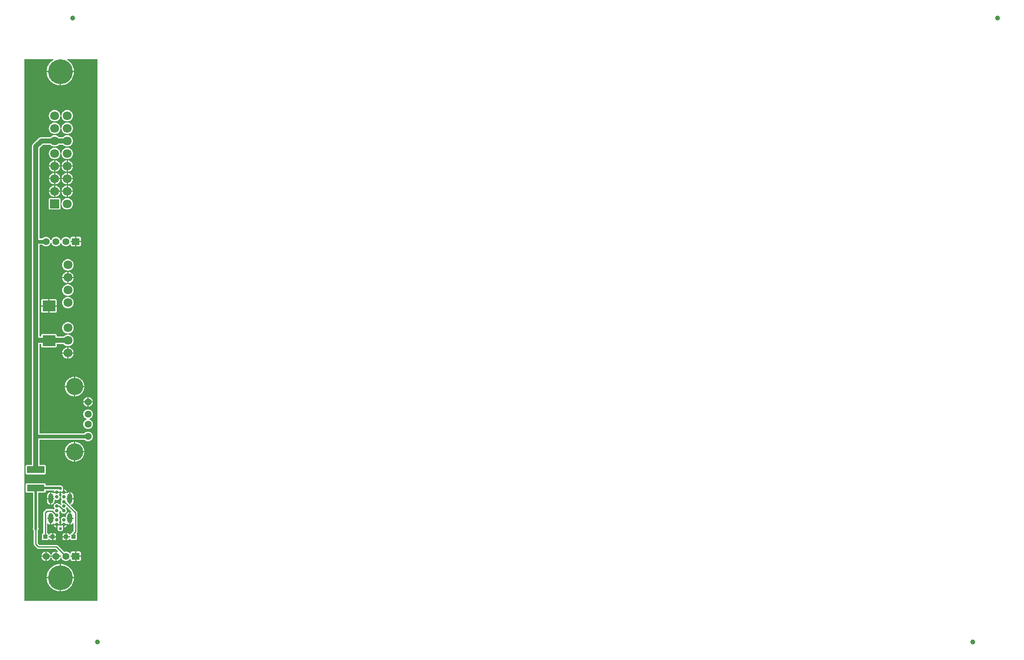
<source format=gtl>
G04 Layer: TopLayer*
G04 Panelize: Stamp Hole, Column: 10, Row: 1, Board Size: 15.24mm x 109.86mm, Panelized Board Size: 206.4mm x 109.86mm*
G04 EasyEDA v6.5.34, 2023-08-21 18:11:39*
G04 2c7568c33adc46e786736174184ee4b8,5a6b42c53f6a479593ecc07194224c93,10*
G04 Gerber Generator version 0.2*
G04 Scale: 100 percent, Rotated: No, Reflected: No *
G04 Dimensions in millimeters *
G04 leading zeros omitted , absolute positions ,4 integer and 5 decimal *
%FSLAX45Y45*%
%MOMM*%

%AMMACRO1*21,1,$1,$2,0,0,$3*%
%ADD10C,1.0000*%
%ADD11C,0.2540*%
%ADD12C,0.7500*%
%ADD13C,0.5000*%
%ADD14MACRO1,2.592X2.2075X0.0000*%
%ADD15R,2.5920X2.2075*%
%ADD16MACRO1,0.864X0.8065X90.0000*%
%ADD17MACRO1,3.4992X1.4067X0.0000*%
%ADD18R,3.4992X1.4067*%
%ADD19MACRO1,1.8X1.8X90.0000*%
%ADD20C,1.8000*%
%ADD21C,1.4310*%
%ADD22C,3.4501*%
%ADD23C,1.4000*%
%ADD24R,1.5240X1.4000*%
%ADD25O,0.6999986X0.6999986*%
%ADD26O,0.9999979999999999X1.9999959999999999*%
%ADD27C,5.0000*%
%ADD28C,0.6096*%
%ADD29C,0.0143*%

%LPD*%
G36*
X-217932Y-4419092D02*
G01*
X-221843Y-4418330D01*
X-225094Y-4416094D01*
X-227329Y-4412843D01*
X-228092Y-4408932D01*
X-228092Y6504431D01*
X-227329Y6508343D01*
X-225094Y6511594D01*
X-221843Y6513830D01*
X-217932Y6514592D01*
X345490Y6514592D01*
X349707Y6513677D01*
X353161Y6511086D01*
X355244Y6507276D01*
X355549Y6502958D01*
X353974Y6498894D01*
X350926Y6495846D01*
X337820Y6487566D01*
X319430Y6473596D01*
X302260Y6458102D01*
X286461Y6441287D01*
X272084Y6423152D01*
X259283Y6403898D01*
X248158Y6383680D01*
X238760Y6362547D01*
X231190Y6340754D01*
X225450Y6318351D01*
X221589Y6295593D01*
X219760Y6273698D01*
X482600Y6273698D01*
X482600Y6504431D01*
X483362Y6508343D01*
X485597Y6511594D01*
X488848Y6513830D01*
X492759Y6514592D01*
X497840Y6514592D01*
X501751Y6513830D01*
X505002Y6511594D01*
X507238Y6508343D01*
X508000Y6504431D01*
X508000Y6273698D01*
X770686Y6273698D01*
X770229Y6284061D01*
X767334Y6307023D01*
X762508Y6329629D01*
X755853Y6351727D01*
X747369Y6373215D01*
X737057Y6393891D01*
X725119Y6413703D01*
X711504Y6432346D01*
X696417Y6449872D01*
X679907Y6466027D01*
X662127Y6480759D01*
X643128Y6493967D01*
X640232Y6495643D01*
X636981Y6498590D01*
X635304Y6502654D01*
X635457Y6507073D01*
X637489Y6510985D01*
X640994Y6513626D01*
X645312Y6514592D01*
X1233932Y6514592D01*
X1237843Y6513830D01*
X1241094Y6511594D01*
X1243330Y6508343D01*
X1244092Y6504431D01*
X1244092Y-4408932D01*
X1243330Y-4412843D01*
X1241094Y-4416094D01*
X1237843Y-4418330D01*
X1233932Y-4419092D01*
G37*

%LPC*%
G36*
X957732Y-389077D02*
G01*
X1041400Y-389077D01*
X1041400Y-305257D01*
X1027785Y-308000D01*
X1015288Y-312420D01*
X1003452Y-318566D01*
X992632Y-326237D01*
X982878Y-335280D01*
X974496Y-345592D01*
X967587Y-356971D01*
X962304Y-369163D01*
X958697Y-381965D01*
G37*
G36*
X482600Y-4225086D02*
G01*
X482600Y-3962400D01*
X219760Y-3962400D01*
X221589Y-3984294D01*
X225450Y-4007053D01*
X231190Y-4029456D01*
X238760Y-4051249D01*
X248158Y-4072382D01*
X259283Y-4092600D01*
X272084Y-4111853D01*
X286461Y-4129989D01*
X302260Y-4146804D01*
X319430Y-4162298D01*
X337820Y-4176268D01*
X357327Y-4188612D01*
X377850Y-4199331D01*
X399135Y-4208272D01*
X421081Y-4215434D01*
X443585Y-4220718D01*
X466445Y-4224070D01*
G37*
G36*
X508000Y-3937000D02*
G01*
X770686Y-3937000D01*
X770229Y-3926636D01*
X767334Y-3903675D01*
X762508Y-3881069D01*
X755853Y-3858971D01*
X747369Y-3837482D01*
X737057Y-3816807D01*
X725119Y-3796995D01*
X711504Y-3778351D01*
X696417Y-3760825D01*
X679907Y-3744671D01*
X662127Y-3729939D01*
X643128Y-3716731D01*
X623112Y-3705199D01*
X602234Y-3695344D01*
X580542Y-3687318D01*
X558292Y-3681069D01*
X535584Y-3676751D01*
X512622Y-3674364D01*
X508000Y-3674262D01*
G37*
G36*
X219760Y-3937000D02*
G01*
X482600Y-3937000D01*
X482600Y-3674313D01*
X466445Y-3675329D01*
X443585Y-3678682D01*
X421081Y-3683965D01*
X399135Y-3691128D01*
X377850Y-3700068D01*
X357327Y-3710787D01*
X337820Y-3723132D01*
X319430Y-3737101D01*
X302260Y-3752596D01*
X286461Y-3769410D01*
X272084Y-3787546D01*
X259283Y-3806799D01*
X248158Y-3827018D01*
X238760Y-3848150D01*
X231190Y-3869944D01*
X225450Y-3892346D01*
X221589Y-3915105D01*
G37*
G36*
X820674Y-3613810D02*
G01*
X883615Y-3613810D01*
X889965Y-3613099D01*
X895400Y-3611168D01*
X900328Y-3608120D01*
X904392Y-3604006D01*
X907491Y-3599129D01*
X909370Y-3593642D01*
X910132Y-3587343D01*
X910132Y-3530600D01*
X820674Y-3530600D01*
G37*
G36*
X732383Y-3613810D02*
G01*
X795274Y-3613810D01*
X795274Y-3530600D01*
X713892Y-3530600D01*
X709980Y-3529837D01*
X706729Y-3527602D01*
X704494Y-3524300D01*
X703732Y-3520440D01*
X703732Y-3515360D01*
X704494Y-3511448D01*
X706729Y-3508146D01*
X709980Y-3505962D01*
X713892Y-3505200D01*
X795274Y-3505200D01*
X795274Y-3421989D01*
X732383Y-3421989D01*
X726033Y-3422700D01*
X720598Y-3424631D01*
X715670Y-3427679D01*
X711606Y-3431794D01*
X708507Y-3436670D01*
X706628Y-3442157D01*
X705916Y-3448456D01*
X705916Y-3458667D01*
X705002Y-3462832D01*
X702513Y-3466236D01*
X698804Y-3468370D01*
X694588Y-3468776D01*
X690575Y-3467404D01*
X687425Y-3464560D01*
X682396Y-3457397D01*
X673455Y-3447796D01*
X663295Y-3439566D01*
X652119Y-3432759D01*
X640130Y-3427526D01*
X627532Y-3424021D01*
X614527Y-3422243D01*
X601472Y-3422243D01*
X588467Y-3424021D01*
X578764Y-3426714D01*
X575208Y-3427069D01*
X571754Y-3426155D01*
X568858Y-3424123D01*
X445160Y-3300476D01*
X438912Y-3295345D01*
X432257Y-3291789D01*
X425043Y-3289604D01*
X417017Y-3288792D01*
X71018Y-3288792D01*
X67106Y-3288029D01*
X63804Y-3285794D01*
X41605Y-3263595D01*
X39370Y-3260293D01*
X38608Y-3256381D01*
X38608Y-3004108D01*
X39370Y-3000197D01*
X41605Y-2996895D01*
X43180Y-2995320D01*
X48818Y-2987294D01*
X52933Y-2978353D01*
X55473Y-2968904D01*
X56337Y-2959100D01*
X55473Y-2949295D01*
X52933Y-2939846D01*
X51866Y-2937510D01*
X50901Y-2933192D01*
X50901Y-2247544D01*
X51663Y-2243632D01*
X53898Y-2240330D01*
X57200Y-2238146D01*
X61061Y-2237384D01*
X174396Y-2237384D01*
X180695Y-2236673D01*
X186182Y-2234742D01*
X191058Y-2231694D01*
X195173Y-2227580D01*
X198221Y-2222703D01*
X200152Y-2217216D01*
X200863Y-2210917D01*
X200863Y-2202230D01*
X201625Y-2198319D01*
X203860Y-2195017D01*
X207162Y-2192832D01*
X211023Y-2192070D01*
X359156Y-2192070D01*
X362915Y-2192782D01*
X366166Y-2194864D01*
X368401Y-2197963D01*
X369316Y-2201722D01*
X368757Y-2205532D01*
X366268Y-2212746D01*
X365912Y-2215032D01*
X412597Y-2215032D01*
X412597Y-2202230D01*
X413359Y-2198319D01*
X415594Y-2195017D01*
X418846Y-2192832D01*
X422757Y-2192070D01*
X427837Y-2192070D01*
X431749Y-2192832D01*
X435000Y-2195017D01*
X437235Y-2198319D01*
X437997Y-2202230D01*
X437997Y-2215032D01*
X484682Y-2215032D01*
X484835Y-2210104D01*
X486867Y-2206244D01*
X490321Y-2203551D01*
X494639Y-2202637D01*
X496011Y-2202637D01*
X500278Y-2203551D01*
X503732Y-2206244D01*
X505764Y-2210104D01*
X505917Y-2215032D01*
X552602Y-2215032D01*
X552602Y-2162860D01*
X551078Y-2159660D01*
X550773Y-2156104D01*
X551637Y-2146300D01*
X550773Y-2136495D01*
X548233Y-2127046D01*
X544118Y-2118106D01*
X538480Y-2110079D01*
X531520Y-2103120D01*
X523493Y-2097481D01*
X514553Y-2093366D01*
X505104Y-2090826D01*
X495198Y-2089962D01*
X490118Y-2090216D01*
X211023Y-2090216D01*
X207162Y-2089454D01*
X203860Y-2087270D01*
X201625Y-2083968D01*
X200863Y-2080056D01*
X200863Y-2071370D01*
X200152Y-2065070D01*
X198221Y-2059584D01*
X195173Y-2054707D01*
X191058Y-2050592D01*
X186182Y-2047493D01*
X180695Y-2045614D01*
X174396Y-2044903D01*
X-174396Y-2044903D01*
X-180695Y-2045614D01*
X-186182Y-2047493D01*
X-191058Y-2050592D01*
X-195173Y-2054707D01*
X-198221Y-2059584D01*
X-200152Y-2065070D01*
X-200863Y-2071370D01*
X-200863Y-2210917D01*
X-200152Y-2217216D01*
X-198221Y-2222703D01*
X-195173Y-2227580D01*
X-191058Y-2231694D01*
X-186182Y-2234742D01*
X-180695Y-2236673D01*
X-174396Y-2237384D01*
X-61061Y-2237384D01*
X-57200Y-2238146D01*
X-53898Y-2240330D01*
X-51663Y-2243632D01*
X-50901Y-2247544D01*
X-50901Y-2933192D01*
X-51866Y-2937510D01*
X-52933Y-2939846D01*
X-55473Y-2949295D01*
X-56337Y-2959100D01*
X-55473Y-2968904D01*
X-52933Y-2978353D01*
X-48818Y-2987294D01*
X-43180Y-2995320D01*
X-41605Y-2996895D01*
X-39370Y-3000197D01*
X-38608Y-3004108D01*
X-38608Y-3276092D01*
X-37795Y-3284118D01*
X-35610Y-3291332D01*
X-32054Y-3298037D01*
X-26924Y-3304235D01*
X23164Y-3354324D01*
X29362Y-3359454D01*
X36068Y-3363010D01*
X43281Y-3365195D01*
X51308Y-3366008D01*
X397306Y-3366008D01*
X401167Y-3366770D01*
X404469Y-3369005D01*
X444550Y-3409035D01*
X446887Y-3412744D01*
X447446Y-3417163D01*
X446125Y-3421329D01*
X443128Y-3424580D01*
X439013Y-3426256D01*
X434593Y-3426002D01*
X427532Y-3424021D01*
X420725Y-3423056D01*
X420725Y-3505200D01*
X502107Y-3505200D01*
X506018Y-3505962D01*
X509270Y-3508146D01*
X511505Y-3511448D01*
X512267Y-3515360D01*
X512267Y-3520440D01*
X511505Y-3524300D01*
X509270Y-3527602D01*
X506018Y-3529837D01*
X502107Y-3530600D01*
X420725Y-3530600D01*
X420725Y-3612692D01*
X427532Y-3611778D01*
X440131Y-3608222D01*
X452120Y-3603040D01*
X463296Y-3596233D01*
X473456Y-3587953D01*
X482396Y-3578402D01*
X489915Y-3567734D01*
X495960Y-3556101D01*
X498449Y-3549091D01*
X500583Y-3545586D01*
X503935Y-3543198D01*
X508000Y-3542334D01*
X512064Y-3543198D01*
X515416Y-3545586D01*
X517550Y-3549091D01*
X520039Y-3556101D01*
X526084Y-3567734D01*
X533603Y-3578402D01*
X542544Y-3587953D01*
X552704Y-3596233D01*
X563880Y-3603040D01*
X575868Y-3608222D01*
X588467Y-3611778D01*
X601472Y-3613556D01*
X614527Y-3613556D01*
X627532Y-3611778D01*
X640130Y-3608222D01*
X652119Y-3603040D01*
X663295Y-3596233D01*
X673455Y-3587953D01*
X682396Y-3578402D01*
X687425Y-3571240D01*
X690575Y-3568344D01*
X694588Y-3567023D01*
X698804Y-3567429D01*
X702513Y-3569512D01*
X705002Y-3572967D01*
X705916Y-3577082D01*
X705916Y-3587343D01*
X706628Y-3593642D01*
X708507Y-3599129D01*
X711606Y-3604006D01*
X715670Y-3608120D01*
X720598Y-3611168D01*
X726033Y-3613099D01*
G37*
G36*
X482600Y5985611D02*
G01*
X482600Y6248298D01*
X219760Y6248298D01*
X221589Y6226403D01*
X225450Y6203645D01*
X231190Y6181242D01*
X238760Y6159449D01*
X248158Y6138316D01*
X259283Y6118098D01*
X272084Y6098844D01*
X286461Y6080709D01*
X302260Y6063894D01*
X319430Y6048400D01*
X337820Y6034430D01*
X357327Y6022086D01*
X377850Y6011367D01*
X399135Y6002426D01*
X421081Y5995263D01*
X443585Y5989980D01*
X466445Y5986627D01*
G37*
G36*
X195326Y-3612692D02*
G01*
X195326Y-3530600D01*
X112979Y-3530600D01*
X115671Y-3543757D01*
X120040Y-3556101D01*
X126085Y-3567734D01*
X133604Y-3578402D01*
X142544Y-3587953D01*
X152704Y-3596233D01*
X163880Y-3603040D01*
X175869Y-3608222D01*
X188468Y-3611778D01*
G37*
G36*
X220725Y-3612692D02*
G01*
X227533Y-3611778D01*
X240131Y-3608222D01*
X252120Y-3603040D01*
X263296Y-3596233D01*
X273456Y-3587953D01*
X282397Y-3578402D01*
X289915Y-3567734D01*
X295960Y-3556101D01*
X298450Y-3549091D01*
X300583Y-3545586D01*
X303936Y-3543198D01*
X308000Y-3542334D01*
X312064Y-3543198D01*
X315417Y-3545586D01*
X317550Y-3549091D01*
X320040Y-3556101D01*
X326085Y-3567734D01*
X333603Y-3578402D01*
X342544Y-3587953D01*
X352704Y-3596233D01*
X363880Y-3603040D01*
X375869Y-3608222D01*
X388467Y-3611778D01*
X395325Y-3612692D01*
X395325Y-3530600D01*
X220725Y-3530600D01*
G37*
G36*
X508000Y5985560D02*
G01*
X512622Y5985662D01*
X535584Y5988050D01*
X558292Y5992368D01*
X580542Y5998616D01*
X602234Y6006642D01*
X623112Y6016498D01*
X643128Y6028029D01*
X662127Y6041237D01*
X679907Y6055969D01*
X696417Y6072124D01*
X711504Y6089599D01*
X725119Y6108293D01*
X737057Y6128105D01*
X747369Y6148781D01*
X755853Y6170269D01*
X762508Y6192367D01*
X767334Y6214973D01*
X770229Y6237935D01*
X770686Y6248298D01*
X508000Y6248298D01*
G37*
G36*
X381000Y5256123D02*
G01*
X395528Y5257038D01*
X409803Y5259730D01*
X423672Y5264251D01*
X436829Y5270449D01*
X449122Y5278221D01*
X460349Y5287518D01*
X470306Y5298135D01*
X478840Y5309870D01*
X485851Y5322671D01*
X491235Y5336184D01*
X494842Y5350256D01*
X496671Y5364734D01*
X496671Y5379262D01*
X494842Y5393690D01*
X491235Y5407812D01*
X485851Y5421325D01*
X478840Y5434076D01*
X470306Y5445861D01*
X460349Y5456478D01*
X449122Y5465724D01*
X436829Y5473547D01*
X423672Y5479745D01*
X409803Y5484215D01*
X395528Y5486958D01*
X381000Y5487873D01*
X366471Y5486958D01*
X352196Y5484215D01*
X338328Y5479745D01*
X325170Y5473547D01*
X312877Y5465724D01*
X301650Y5456478D01*
X291693Y5445861D01*
X283159Y5434076D01*
X276148Y5421325D01*
X270764Y5407812D01*
X267157Y5393690D01*
X265328Y5379262D01*
X265328Y5364734D01*
X267157Y5350256D01*
X270764Y5336184D01*
X276148Y5322671D01*
X283159Y5309870D01*
X291693Y5298135D01*
X301650Y5287518D01*
X312877Y5278221D01*
X325170Y5270449D01*
X338328Y5264251D01*
X352196Y5259730D01*
X366471Y5257038D01*
G37*
G36*
X112979Y-3505200D02*
G01*
X195326Y-3505200D01*
X195326Y-3423056D01*
X188468Y-3424021D01*
X175869Y-3427526D01*
X163880Y-3432759D01*
X152704Y-3439566D01*
X142544Y-3447796D01*
X133604Y-3457397D01*
X126085Y-3468065D01*
X120040Y-3479698D01*
X115671Y-3492042D01*
G37*
G36*
X820674Y-3505200D02*
G01*
X910132Y-3505200D01*
X910132Y-3448456D01*
X909370Y-3442157D01*
X907491Y-3436670D01*
X904392Y-3431794D01*
X900328Y-3427679D01*
X895400Y-3424631D01*
X889965Y-3422700D01*
X883615Y-3421989D01*
X820674Y-3421989D01*
G37*
G36*
X220725Y-3505200D02*
G01*
X395325Y-3505200D01*
X395325Y-3423056D01*
X388467Y-3424021D01*
X375869Y-3427526D01*
X363880Y-3432759D01*
X352704Y-3439566D01*
X342544Y-3447796D01*
X333603Y-3457397D01*
X326085Y-3468065D01*
X320040Y-3479698D01*
X317550Y-3486658D01*
X315417Y-3490214D01*
X312064Y-3492601D01*
X308000Y-3493414D01*
X303936Y-3492601D01*
X300583Y-3490214D01*
X298450Y-3486658D01*
X295960Y-3479698D01*
X289915Y-3468065D01*
X282397Y-3457397D01*
X273456Y-3447796D01*
X263296Y-3439566D01*
X252120Y-3432759D01*
X240131Y-3427526D01*
X227533Y-3424021D01*
X220725Y-3423056D01*
G37*
G36*
X635000Y5256123D02*
G01*
X649528Y5257038D01*
X663803Y5259730D01*
X677672Y5264251D01*
X690829Y5270449D01*
X703122Y5278221D01*
X714349Y5287518D01*
X724306Y5298135D01*
X732840Y5309870D01*
X739851Y5322671D01*
X745236Y5336184D01*
X748842Y5350256D01*
X750671Y5364734D01*
X750671Y5379262D01*
X748842Y5393690D01*
X745236Y5407812D01*
X739851Y5421325D01*
X732840Y5434076D01*
X724306Y5445861D01*
X714349Y5456478D01*
X703122Y5465724D01*
X690829Y5473547D01*
X677672Y5479745D01*
X663803Y5484215D01*
X649528Y5486958D01*
X635000Y5487873D01*
X620471Y5486958D01*
X606196Y5484215D01*
X592328Y5479745D01*
X579170Y5473547D01*
X566877Y5465724D01*
X555650Y5456478D01*
X545693Y5445861D01*
X537159Y5434076D01*
X530148Y5421325D01*
X524764Y5407812D01*
X521157Y5393690D01*
X519328Y5379262D01*
X519328Y5364734D01*
X521157Y5350256D01*
X524764Y5336184D01*
X530148Y5322671D01*
X537159Y5309870D01*
X545693Y5298135D01*
X555650Y5287518D01*
X566877Y5278221D01*
X579170Y5270449D01*
X592328Y5264251D01*
X606196Y5259730D01*
X620471Y5257038D01*
G37*
G36*
X635000Y5002123D02*
G01*
X649528Y5003038D01*
X663803Y5005730D01*
X677672Y5010251D01*
X690829Y5016449D01*
X703122Y5024221D01*
X714349Y5033518D01*
X724306Y5044135D01*
X732840Y5055870D01*
X739851Y5068671D01*
X745236Y5082184D01*
X748842Y5096256D01*
X750671Y5110734D01*
X750671Y5125262D01*
X748842Y5139690D01*
X745236Y5153812D01*
X739851Y5167325D01*
X732840Y5180076D01*
X724306Y5191861D01*
X714349Y5202478D01*
X703122Y5211724D01*
X690829Y5219547D01*
X677672Y5225745D01*
X663803Y5230215D01*
X649528Y5232958D01*
X635000Y5233873D01*
X620471Y5232958D01*
X606196Y5230215D01*
X592328Y5225745D01*
X579170Y5219547D01*
X566877Y5211724D01*
X555650Y5202478D01*
X545693Y5191861D01*
X537159Y5180076D01*
X530148Y5167325D01*
X524764Y5153812D01*
X521157Y5139690D01*
X519328Y5125262D01*
X519328Y5110734D01*
X521157Y5096256D01*
X524764Y5082184D01*
X530148Y5068671D01*
X537159Y5055870D01*
X545693Y5044135D01*
X555650Y5033518D01*
X566877Y5024221D01*
X579170Y5016449D01*
X592328Y5010251D01*
X606196Y5005730D01*
X620471Y5003038D01*
G37*
G36*
X381000Y5002123D02*
G01*
X395528Y5003038D01*
X409803Y5005730D01*
X423672Y5010251D01*
X436829Y5016449D01*
X449122Y5024221D01*
X460349Y5033518D01*
X470306Y5044135D01*
X478840Y5055870D01*
X485851Y5068671D01*
X491235Y5082184D01*
X494842Y5096256D01*
X496671Y5110734D01*
X496671Y5125262D01*
X494842Y5139690D01*
X491235Y5153812D01*
X485851Y5167325D01*
X478840Y5180076D01*
X470306Y5191861D01*
X460349Y5202478D01*
X449122Y5211724D01*
X436829Y5219547D01*
X423672Y5225745D01*
X409803Y5230215D01*
X395528Y5232958D01*
X381000Y5233873D01*
X366471Y5232958D01*
X352196Y5230215D01*
X338328Y5225745D01*
X325170Y5219547D01*
X312877Y5211724D01*
X301650Y5202478D01*
X291693Y5191861D01*
X283159Y5180076D01*
X276148Y5167325D01*
X270764Y5153812D01*
X267157Y5139690D01*
X265328Y5125262D01*
X265328Y5110734D01*
X267157Y5096256D01*
X270764Y5082184D01*
X276148Y5068671D01*
X283159Y5055870D01*
X291693Y5044135D01*
X301650Y5033518D01*
X312877Y5024221D01*
X325170Y5016449D01*
X338328Y5010251D01*
X352196Y5005730D01*
X366471Y5003038D01*
G37*
G36*
X381000Y4494123D02*
G01*
X395528Y4495038D01*
X409803Y4497730D01*
X423672Y4502251D01*
X436829Y4508449D01*
X449122Y4516221D01*
X460349Y4525518D01*
X470306Y4536135D01*
X478840Y4547870D01*
X485851Y4560671D01*
X491235Y4574184D01*
X494842Y4588256D01*
X496671Y4602734D01*
X496671Y4617262D01*
X494842Y4631690D01*
X491235Y4645812D01*
X485851Y4659325D01*
X478840Y4672076D01*
X470306Y4683861D01*
X460349Y4694478D01*
X449122Y4703724D01*
X436829Y4711547D01*
X423672Y4717745D01*
X409803Y4722215D01*
X395528Y4724958D01*
X381000Y4725873D01*
X366471Y4724958D01*
X352196Y4722215D01*
X338328Y4717745D01*
X325170Y4711547D01*
X312877Y4703724D01*
X301650Y4694478D01*
X291693Y4683861D01*
X283159Y4672076D01*
X276148Y4659325D01*
X270764Y4645812D01*
X267157Y4631690D01*
X265328Y4617262D01*
X265328Y4602734D01*
X267157Y4588256D01*
X270764Y4574184D01*
X276148Y4560671D01*
X283159Y4547870D01*
X291693Y4536135D01*
X301650Y4525518D01*
X312877Y4516221D01*
X325170Y4508449D01*
X338328Y4502251D01*
X352196Y4497730D01*
X366471Y4495038D01*
G37*
G36*
X570738Y-3193288D02*
G01*
X597763Y-3193288D01*
X597763Y-3136900D01*
X544220Y-3136900D01*
X544220Y-3166821D01*
X544931Y-3173171D01*
X546862Y-3178606D01*
X549960Y-3183534D01*
X554024Y-3187598D01*
X558952Y-3190697D01*
X564388Y-3192576D01*
G37*
G36*
X354736Y-3193288D02*
G01*
X381762Y-3193288D01*
X388112Y-3192576D01*
X393547Y-3190697D01*
X398475Y-3187598D01*
X402539Y-3183534D01*
X405638Y-3178606D01*
X407568Y-3173171D01*
X408279Y-3166821D01*
X408279Y-3136900D01*
X354736Y-3136900D01*
G37*
G36*
X151638Y-3193288D02*
G01*
X231140Y-3193288D01*
X237439Y-3192576D01*
X242925Y-3190697D01*
X247802Y-3187598D01*
X251917Y-3183534D01*
X254965Y-3178606D01*
X257098Y-3172561D01*
X259232Y-3169005D01*
X262636Y-3166567D01*
X266700Y-3165754D01*
X270764Y-3166567D01*
X274167Y-3169005D01*
X276301Y-3172561D01*
X278434Y-3178606D01*
X281482Y-3183534D01*
X285597Y-3187598D01*
X290474Y-3190697D01*
X295960Y-3192576D01*
X302260Y-3193288D01*
X329336Y-3193288D01*
X329336Y-3136900D01*
X267766Y-3136900D01*
X263855Y-3136138D01*
X260604Y-3133902D01*
X258368Y-3130651D01*
X257606Y-3126740D01*
X257606Y-3121660D01*
X258368Y-3117748D01*
X260604Y-3114497D01*
X263855Y-3112262D01*
X267766Y-3111500D01*
X329336Y-3111500D01*
X329336Y-3055112D01*
X302260Y-3055112D01*
X295960Y-3055823D01*
X290474Y-3057702D01*
X285597Y-3060801D01*
X281482Y-3064865D01*
X278434Y-3069793D01*
X276301Y-3075838D01*
X274167Y-3079394D01*
X270764Y-3081832D01*
X266700Y-3082645D01*
X262636Y-3081832D01*
X259232Y-3079394D01*
X257098Y-3075838D01*
X254965Y-3069793D01*
X251917Y-3064865D01*
X247802Y-3060801D01*
X242925Y-3057702D01*
X236677Y-3055518D01*
X233121Y-3053384D01*
X230733Y-3049981D01*
X229870Y-3045917D01*
X229870Y-2862021D01*
X230632Y-2858211D01*
X232765Y-2854909D01*
X235966Y-2852724D01*
X239775Y-2851861D01*
X243636Y-2852521D01*
X246938Y-2854553D01*
X254965Y-2862021D01*
X264363Y-2868422D01*
X274574Y-2873349D01*
X285394Y-2876702D01*
X289610Y-2877312D01*
X289610Y-2765399D01*
X240029Y-2765399D01*
X236118Y-2764637D01*
X232867Y-2762453D01*
X230632Y-2759151D01*
X229870Y-2755239D01*
X229870Y-2750159D01*
X230632Y-2746298D01*
X232867Y-2742996D01*
X236118Y-2740761D01*
X240029Y-2739999D01*
X289610Y-2739999D01*
X289610Y-2652268D01*
X290372Y-2648356D01*
X292557Y-2645105D01*
X295859Y-2642870D01*
X299770Y-2642108D01*
X304850Y-2642108D01*
X308711Y-2642870D01*
X312013Y-2645105D01*
X314248Y-2648356D01*
X315010Y-2652268D01*
X315010Y-2739999D01*
X362356Y-2739999D01*
X366369Y-2740863D01*
X369773Y-2743200D01*
X371906Y-2746705D01*
X372516Y-2750718D01*
X371449Y-2754731D01*
X368909Y-2759811D01*
X366674Y-2762758D01*
X363524Y-2764739D01*
X359816Y-2765399D01*
X315010Y-2765399D01*
X315010Y-2877312D01*
X319176Y-2876702D01*
X330047Y-2873349D01*
X340258Y-2868422D01*
X348894Y-2862529D01*
X352501Y-2860954D01*
X356412Y-2860903D01*
X360070Y-2862326D01*
X362915Y-2865018D01*
X412597Y-2865018D01*
X412597Y-2853588D01*
X413359Y-2849676D01*
X415594Y-2846374D01*
X418896Y-2844190D01*
X422757Y-2843428D01*
X427837Y-2843428D01*
X431749Y-2844190D01*
X435000Y-2846374D01*
X437235Y-2849676D01*
X437997Y-2853588D01*
X437997Y-2865018D01*
X484682Y-2865018D01*
X484327Y-2862783D01*
X481025Y-2853283D01*
X476250Y-2844444D01*
X470052Y-2836468D01*
X468172Y-2832455D01*
X468172Y-2827985D01*
X470052Y-2823972D01*
X476250Y-2815996D01*
X481025Y-2807157D01*
X484327Y-2797657D01*
X485292Y-2791866D01*
X486714Y-2788056D01*
X489559Y-2785160D01*
X493268Y-2783586D01*
X497332Y-2783586D01*
X501040Y-2785160D01*
X503885Y-2788056D01*
X505307Y-2791866D01*
X506272Y-2797657D01*
X509574Y-2807157D01*
X514350Y-2815996D01*
X520547Y-2823972D01*
X522427Y-2827985D01*
X522427Y-2832455D01*
X520547Y-2836468D01*
X514350Y-2844444D01*
X509574Y-2853283D01*
X506272Y-2862783D01*
X505917Y-2865018D01*
X552602Y-2865018D01*
X552602Y-2853588D01*
X553364Y-2849676D01*
X555599Y-2846374D01*
X558850Y-2844190D01*
X562762Y-2843428D01*
X567842Y-2843428D01*
X571703Y-2844190D01*
X575005Y-2846374D01*
X577240Y-2849676D01*
X578002Y-2853588D01*
X578002Y-2865018D01*
X627684Y-2865018D01*
X630529Y-2862326D01*
X634187Y-2860903D01*
X638098Y-2860954D01*
X641705Y-2862529D01*
X650341Y-2868422D01*
X660552Y-2873349D01*
X671423Y-2876702D01*
X675589Y-2877312D01*
X675589Y-2765399D01*
X630732Y-2765399D01*
X627075Y-2764739D01*
X623925Y-2762758D01*
X621639Y-2759811D01*
X619150Y-2754731D01*
X618083Y-2750718D01*
X618693Y-2746705D01*
X620826Y-2743200D01*
X624179Y-2740863D01*
X628243Y-2739999D01*
X675589Y-2739999D01*
X675589Y-2628087D01*
X671423Y-2628747D01*
X660552Y-2632100D01*
X650341Y-2636977D01*
X640994Y-2643378D01*
X632663Y-2651099D01*
X625602Y-2659989D01*
X619912Y-2669794D01*
X615797Y-2680360D01*
X613257Y-2691384D01*
X612394Y-2703068D01*
X612394Y-2722219D01*
X611479Y-2726486D01*
X608838Y-2729941D01*
X605028Y-2732024D01*
X600710Y-2732278D01*
X596696Y-2730754D01*
X594258Y-2729179D01*
X585063Y-2725115D01*
X575310Y-2722676D01*
X565302Y-2721813D01*
X555294Y-2722676D01*
X545541Y-2725115D01*
X536346Y-2729179D01*
X527913Y-2734665D01*
X520496Y-2741472D01*
X514350Y-2749397D01*
X509574Y-2758236D01*
X506272Y-2767787D01*
X505307Y-2773578D01*
X503885Y-2777337D01*
X501040Y-2780284D01*
X497332Y-2781858D01*
X493268Y-2781858D01*
X489559Y-2780284D01*
X486714Y-2777337D01*
X485292Y-2773578D01*
X484327Y-2767787D01*
X481025Y-2758236D01*
X476250Y-2749397D01*
X470052Y-2741472D01*
X468172Y-2737408D01*
X468172Y-2732989D01*
X470052Y-2728976D01*
X476250Y-2721000D01*
X481025Y-2712161D01*
X484327Y-2702661D01*
X485952Y-2692755D01*
X485952Y-2682697D01*
X484327Y-2672740D01*
X481025Y-2663240D01*
X476250Y-2654401D01*
X471982Y-2648966D01*
X470103Y-2644902D01*
X470103Y-2640482D01*
X471982Y-2636469D01*
X476250Y-2630982D01*
X481025Y-2622143D01*
X484327Y-2612644D01*
X485292Y-2606852D01*
X486714Y-2603042D01*
X489559Y-2600147D01*
X493268Y-2598572D01*
X497332Y-2598572D01*
X501040Y-2600147D01*
X503885Y-2603042D01*
X505307Y-2606852D01*
X506272Y-2612644D01*
X509574Y-2622143D01*
X514350Y-2630982D01*
X520496Y-2638907D01*
X527913Y-2645765D01*
X536346Y-2651252D01*
X545541Y-2655265D01*
X555294Y-2657754D01*
X565302Y-2658567D01*
X575310Y-2657754D01*
X585063Y-2655265D01*
X594258Y-2651252D01*
X602691Y-2645765D01*
X610108Y-2638907D01*
X616254Y-2630982D01*
X621030Y-2622143D01*
X624332Y-2612644D01*
X625957Y-2602738D01*
X625957Y-2592679D01*
X624332Y-2582773D01*
X621030Y-2573274D01*
X616254Y-2564434D01*
X611987Y-2558948D01*
X610108Y-2554935D01*
X610108Y-2550464D01*
X611987Y-2546451D01*
X616254Y-2541016D01*
X619810Y-2534412D01*
X622198Y-2531465D01*
X625449Y-2529636D01*
X629158Y-2529078D01*
X632866Y-2529941D01*
X635965Y-2532024D01*
X715924Y-2612034D01*
X718312Y-2615793D01*
X718820Y-2620213D01*
X717448Y-2624429D01*
X714349Y-2627680D01*
X710184Y-2629255D01*
X700989Y-2628087D01*
X700989Y-2739999D01*
X751332Y-2739999D01*
X755243Y-2740761D01*
X758494Y-2742996D01*
X760730Y-2746298D01*
X761492Y-2750159D01*
X761492Y-2755239D01*
X760730Y-2759151D01*
X758494Y-2762453D01*
X755243Y-2764637D01*
X751332Y-2765399D01*
X700989Y-2765399D01*
X700989Y-2877312D01*
X705205Y-2876702D01*
X716026Y-2873349D01*
X726236Y-2868422D01*
X735634Y-2862021D01*
X744423Y-2853842D01*
X747725Y-2851810D01*
X751586Y-2851150D01*
X755396Y-2852013D01*
X758596Y-2854198D01*
X760730Y-2857500D01*
X761492Y-2861310D01*
X761492Y-3002381D01*
X760730Y-3006293D01*
X758494Y-3009595D01*
X734212Y-3033928D01*
X729081Y-3040126D01*
X725525Y-3046831D01*
X725017Y-3048508D01*
X723138Y-3051962D01*
X720140Y-3054451D01*
X715060Y-3055823D01*
X709574Y-3057702D01*
X704697Y-3060801D01*
X700582Y-3064865D01*
X697534Y-3069793D01*
X695401Y-3075838D01*
X693267Y-3079394D01*
X689864Y-3081832D01*
X685800Y-3082645D01*
X681736Y-3081832D01*
X678332Y-3079394D01*
X676198Y-3075838D01*
X674065Y-3069793D01*
X671017Y-3064865D01*
X666902Y-3060801D01*
X662025Y-3057702D01*
X656539Y-3055823D01*
X650240Y-3055112D01*
X623163Y-3055112D01*
X623163Y-3111500D01*
X684733Y-3111500D01*
X688644Y-3112262D01*
X691896Y-3114497D01*
X694131Y-3117748D01*
X694893Y-3121660D01*
X694893Y-3126740D01*
X694131Y-3130651D01*
X691896Y-3133902D01*
X688644Y-3136138D01*
X684733Y-3136900D01*
X623163Y-3136900D01*
X623163Y-3193288D01*
X650240Y-3193288D01*
X656539Y-3192576D01*
X662025Y-3190697D01*
X666902Y-3187598D01*
X671017Y-3183534D01*
X674065Y-3178606D01*
X676198Y-3172561D01*
X678332Y-3169005D01*
X681736Y-3166567D01*
X685800Y-3165754D01*
X689864Y-3166567D01*
X693267Y-3169005D01*
X695401Y-3172561D01*
X697534Y-3178606D01*
X700582Y-3183534D01*
X704697Y-3187598D01*
X709574Y-3190697D01*
X715060Y-3192576D01*
X721360Y-3193288D01*
X800862Y-3193288D01*
X807212Y-3192576D01*
X812647Y-3190697D01*
X817575Y-3187598D01*
X821639Y-3183534D01*
X824737Y-3178606D01*
X826668Y-3173171D01*
X827379Y-3166821D01*
X827379Y-3081578D01*
X826668Y-3075228D01*
X824737Y-3069793D01*
X822401Y-3066084D01*
X821080Y-3062935D01*
X820928Y-3059531D01*
X821842Y-3056280D01*
X823823Y-3053486D01*
X827024Y-3050235D01*
X832154Y-3044037D01*
X835710Y-3037332D01*
X837895Y-3030118D01*
X838708Y-3022092D01*
X838708Y-2642108D01*
X837895Y-2634081D01*
X835710Y-2626868D01*
X832154Y-2620162D01*
X827024Y-2613964D01*
X705358Y-2492248D01*
X703072Y-2488793D01*
X702360Y-2484678D01*
X703376Y-2480665D01*
X705916Y-2477363D01*
X709523Y-2475331D01*
X716026Y-2473350D01*
X726236Y-2468422D01*
X735634Y-2462022D01*
X743915Y-2454300D01*
X750976Y-2445461D01*
X756666Y-2435656D01*
X760831Y-2425090D01*
X763320Y-2414016D01*
X764184Y-2402332D01*
X764184Y-2365400D01*
X700989Y-2365400D01*
X700989Y-2463393D01*
X700227Y-2467254D01*
X698042Y-2470556D01*
X694740Y-2472740D01*
X690829Y-2473553D01*
X686968Y-2472740D01*
X683666Y-2470556D01*
X678586Y-2465476D01*
X676351Y-2462174D01*
X675589Y-2458313D01*
X675589Y-2365400D01*
X628192Y-2365400D01*
X624179Y-2364587D01*
X620826Y-2362250D01*
X618642Y-2358745D01*
X618083Y-2354681D01*
X619099Y-2350719D01*
X621639Y-2345639D01*
X623925Y-2342642D01*
X627075Y-2340711D01*
X630732Y-2340000D01*
X675589Y-2340000D01*
X675589Y-2228088D01*
X671423Y-2228748D01*
X660552Y-2232101D01*
X650341Y-2236978D01*
X641705Y-2242921D01*
X638098Y-2244445D01*
X634187Y-2244496D01*
X630529Y-2243124D01*
X627684Y-2240432D01*
X578002Y-2240432D01*
X578002Y-2251811D01*
X577240Y-2255723D01*
X575005Y-2259025D01*
X571703Y-2261209D01*
X567842Y-2261971D01*
X562762Y-2261971D01*
X558850Y-2261209D01*
X555548Y-2259025D01*
X553364Y-2255723D01*
X552602Y-2251811D01*
X552602Y-2240432D01*
X505917Y-2240432D01*
X506272Y-2242667D01*
X509574Y-2252167D01*
X514350Y-2261006D01*
X520547Y-2268982D01*
X522427Y-2272995D01*
X522427Y-2277414D01*
X520547Y-2281428D01*
X514350Y-2289403D01*
X509574Y-2298242D01*
X506272Y-2307742D01*
X505307Y-2313533D01*
X503885Y-2317343D01*
X501040Y-2320239D01*
X497332Y-2321814D01*
X493268Y-2321814D01*
X489559Y-2320239D01*
X486714Y-2317343D01*
X485292Y-2313533D01*
X484327Y-2307742D01*
X481025Y-2298242D01*
X476250Y-2289403D01*
X470052Y-2281428D01*
X468172Y-2277414D01*
X468172Y-2272995D01*
X470052Y-2268982D01*
X476250Y-2261006D01*
X481025Y-2252167D01*
X484327Y-2242667D01*
X484682Y-2240432D01*
X437997Y-2240432D01*
X437997Y-2251811D01*
X437235Y-2255723D01*
X435000Y-2259025D01*
X431749Y-2261209D01*
X427837Y-2261971D01*
X422757Y-2261971D01*
X418846Y-2261209D01*
X415594Y-2259025D01*
X413359Y-2255723D01*
X412597Y-2251811D01*
X412597Y-2240432D01*
X362915Y-2240432D01*
X360070Y-2243124D01*
X356412Y-2244496D01*
X352501Y-2244445D01*
X348894Y-2242921D01*
X340258Y-2236978D01*
X330047Y-2232101D01*
X319176Y-2228748D01*
X315010Y-2228088D01*
X315010Y-2340000D01*
X359867Y-2340000D01*
X363524Y-2340711D01*
X366674Y-2342642D01*
X368960Y-2345639D01*
X371500Y-2350719D01*
X372516Y-2354681D01*
X371906Y-2358745D01*
X369773Y-2362250D01*
X366420Y-2364587D01*
X362407Y-2365400D01*
X315010Y-2365400D01*
X315010Y-2477312D01*
X319176Y-2476703D01*
X330047Y-2473350D01*
X340258Y-2468422D01*
X349605Y-2462022D01*
X357936Y-2454300D01*
X364998Y-2445461D01*
X370687Y-2435656D01*
X374802Y-2425090D01*
X377342Y-2414016D01*
X378206Y-2402332D01*
X378206Y-2383180D01*
X379120Y-2378913D01*
X381762Y-2375458D01*
X385572Y-2373426D01*
X389890Y-2373122D01*
X393903Y-2374646D01*
X396341Y-2376220D01*
X405536Y-2380284D01*
X415290Y-2382723D01*
X425297Y-2383586D01*
X435305Y-2382723D01*
X445058Y-2380284D01*
X454253Y-2376220D01*
X462686Y-2370734D01*
X470103Y-2363927D01*
X476250Y-2356002D01*
X481025Y-2347163D01*
X484327Y-2337612D01*
X485292Y-2331821D01*
X486714Y-2328062D01*
X489559Y-2325116D01*
X493268Y-2323541D01*
X497332Y-2323541D01*
X501040Y-2325116D01*
X503885Y-2328062D01*
X505307Y-2331821D01*
X506272Y-2337612D01*
X509574Y-2347163D01*
X514350Y-2356002D01*
X520547Y-2363927D01*
X522427Y-2367991D01*
X522427Y-2372410D01*
X520547Y-2376424D01*
X514350Y-2384399D01*
X509574Y-2393238D01*
X506272Y-2402738D01*
X504647Y-2412644D01*
X504647Y-2422702D01*
X506272Y-2432659D01*
X509574Y-2442159D01*
X514350Y-2450998D01*
X518566Y-2456434D01*
X520496Y-2460396D01*
X520496Y-2464816D01*
X518718Y-2468778D01*
X513486Y-2475687D01*
X510438Y-2478430D01*
X506577Y-2479700D01*
X502513Y-2479344D01*
X498957Y-2477465D01*
X496722Y-2475636D01*
X490067Y-2472080D01*
X482854Y-2469896D01*
X476097Y-2469235D01*
X472948Y-2468422D01*
X470204Y-2466594D01*
X462686Y-2459634D01*
X454253Y-2454148D01*
X445058Y-2450134D01*
X435305Y-2447645D01*
X425297Y-2446832D01*
X415290Y-2447645D01*
X405536Y-2450134D01*
X396341Y-2454148D01*
X387908Y-2459634D01*
X380492Y-2466492D01*
X374345Y-2474417D01*
X369570Y-2483256D01*
X366268Y-2492756D01*
X364642Y-2502662D01*
X364642Y-2512720D01*
X366268Y-2522626D01*
X369570Y-2532126D01*
X374345Y-2541016D01*
X378612Y-2546451D01*
X380492Y-2550464D01*
X380492Y-2554935D01*
X378612Y-2558948D01*
X374345Y-2564434D01*
X370586Y-2571343D01*
X367639Y-2574696D01*
X363575Y-2576474D01*
X359156Y-2576372D01*
X355193Y-2574391D01*
X351637Y-2571445D01*
X344932Y-2567889D01*
X337718Y-2565704D01*
X329692Y-2564892D01*
X229108Y-2564892D01*
X221081Y-2565704D01*
X213867Y-2567889D01*
X207213Y-2571394D01*
X200355Y-2577134D01*
X163728Y-2615285D01*
X159207Y-2620873D01*
X155651Y-2627630D01*
X153466Y-2634843D01*
X152654Y-2642870D01*
X152654Y-3046018D01*
X151790Y-3050082D01*
X149402Y-3053486D01*
X145846Y-3055620D01*
X139852Y-3057702D01*
X134924Y-3060801D01*
X130860Y-3064865D01*
X127762Y-3069793D01*
X125831Y-3075228D01*
X125120Y-3081578D01*
X125120Y-3166821D01*
X125831Y-3173171D01*
X127762Y-3178606D01*
X130860Y-3183534D01*
X134924Y-3187598D01*
X139852Y-3190697D01*
X145288Y-3192576D01*
G37*
G36*
X635000Y4494123D02*
G01*
X649528Y4495038D01*
X663803Y4497730D01*
X677672Y4502251D01*
X690829Y4508449D01*
X703122Y4516221D01*
X714349Y4525518D01*
X724306Y4536135D01*
X732840Y4547870D01*
X739851Y4560671D01*
X745236Y4574184D01*
X748842Y4588256D01*
X750671Y4602734D01*
X750671Y4617262D01*
X748842Y4631690D01*
X745236Y4645812D01*
X739851Y4659325D01*
X732840Y4672076D01*
X724306Y4683861D01*
X714349Y4694478D01*
X703122Y4703724D01*
X690829Y4711547D01*
X677672Y4717745D01*
X663803Y4722215D01*
X649528Y4724958D01*
X635000Y4725873D01*
X620471Y4724958D01*
X606196Y4722215D01*
X592328Y4717745D01*
X579170Y4711547D01*
X566877Y4703724D01*
X555650Y4694478D01*
X545693Y4683861D01*
X537159Y4672076D01*
X530148Y4659325D01*
X524764Y4645812D01*
X521157Y4631690D01*
X519328Y4617262D01*
X519328Y4602734D01*
X521157Y4588256D01*
X524764Y4574184D01*
X530148Y4560671D01*
X537159Y4547870D01*
X545693Y4536135D01*
X555650Y4525518D01*
X566877Y4516221D01*
X579170Y4508449D01*
X592328Y4502251D01*
X606196Y4497730D01*
X620471Y4495038D01*
G37*
G36*
X647700Y4368698D02*
G01*
X749960Y4368698D01*
X748842Y4377690D01*
X745236Y4391812D01*
X739851Y4405325D01*
X732840Y4418076D01*
X724306Y4429861D01*
X714349Y4440478D01*
X703122Y4449724D01*
X690829Y4457547D01*
X677672Y4463745D01*
X663803Y4468215D01*
X649528Y4470958D01*
X647700Y4471060D01*
G37*
G36*
X393700Y4368698D02*
G01*
X495960Y4368698D01*
X494842Y4377690D01*
X491235Y4391812D01*
X485851Y4405325D01*
X478840Y4418076D01*
X470306Y4429861D01*
X460349Y4440478D01*
X449122Y4449724D01*
X436829Y4457547D01*
X423672Y4463745D01*
X409803Y4468215D01*
X395528Y4470958D01*
X393700Y4471060D01*
G37*
G36*
X354736Y-3111500D02*
G01*
X408279Y-3111500D01*
X408279Y-3081578D01*
X407568Y-3075228D01*
X405638Y-3069793D01*
X402539Y-3064865D01*
X398475Y-3060801D01*
X393547Y-3057702D01*
X388112Y-3055823D01*
X381762Y-3055112D01*
X354736Y-3055112D01*
G37*
G36*
X544220Y-3111500D02*
G01*
X597763Y-3111500D01*
X597763Y-3055112D01*
X570738Y-3055112D01*
X564388Y-3055823D01*
X558952Y-3057702D01*
X554024Y-3060801D01*
X549960Y-3064865D01*
X546862Y-3069793D01*
X544931Y-3075228D01*
X544220Y-3081578D01*
G37*
G36*
X520039Y4368698D02*
G01*
X622300Y4368698D01*
X622300Y4471060D01*
X620471Y4470958D01*
X606196Y4468215D01*
X592328Y4463745D01*
X579170Y4457547D01*
X566877Y4449724D01*
X555650Y4440478D01*
X545693Y4429861D01*
X537159Y4418076D01*
X530148Y4405325D01*
X524764Y4391812D01*
X521157Y4377690D01*
G37*
G36*
X266039Y4368698D02*
G01*
X368300Y4368698D01*
X368300Y4471060D01*
X366471Y4470958D01*
X352196Y4468215D01*
X338328Y4463745D01*
X325170Y4457547D01*
X312877Y4449724D01*
X301650Y4440478D01*
X291693Y4429861D01*
X283159Y4418076D01*
X276148Y4405325D01*
X270764Y4391812D01*
X267157Y4377690D01*
G37*
G36*
X495300Y-3015437D02*
G01*
X505104Y-3014573D01*
X514553Y-3012033D01*
X523493Y-3007918D01*
X531520Y-3002280D01*
X538480Y-2995320D01*
X544118Y-2987294D01*
X548233Y-2978353D01*
X550773Y-2968904D01*
X551637Y-2959100D01*
X550773Y-2949295D01*
X551078Y-2945790D01*
X552602Y-2942590D01*
X552602Y-2890418D01*
X505917Y-2890418D01*
X505968Y-2894584D01*
X504596Y-2897987D01*
X502158Y-2900680D01*
X498906Y-2902356D01*
X495452Y-2902712D01*
X491845Y-2902407D01*
X488543Y-2900730D01*
X486054Y-2898038D01*
X484682Y-2894634D01*
X484682Y-2890418D01*
X437997Y-2890418D01*
X437997Y-2942590D01*
X439521Y-2945790D01*
X439826Y-2949295D01*
X438962Y-2959100D01*
X439826Y-2968904D01*
X442366Y-2978353D01*
X446481Y-2987294D01*
X452120Y-2995320D01*
X459079Y-3002280D01*
X467106Y-3007918D01*
X476046Y-3012033D01*
X485495Y-3014573D01*
G37*
G36*
X412597Y-2937052D02*
G01*
X412597Y-2890418D01*
X365912Y-2890418D01*
X366268Y-2892653D01*
X369570Y-2902153D01*
X374345Y-2910992D01*
X380492Y-2918917D01*
X387908Y-2925775D01*
X396341Y-2931261D01*
X405536Y-2935274D01*
G37*
G36*
X578002Y-2937052D02*
G01*
X585063Y-2935274D01*
X594258Y-2931261D01*
X602691Y-2925775D01*
X610108Y-2918917D01*
X616254Y-2910992D01*
X621030Y-2902153D01*
X624332Y-2892653D01*
X624687Y-2890418D01*
X578002Y-2890418D01*
G37*
G36*
X647700Y4240885D02*
G01*
X649528Y4241038D01*
X663803Y4243730D01*
X677672Y4248251D01*
X690829Y4254449D01*
X703122Y4262221D01*
X714349Y4271518D01*
X724306Y4282135D01*
X732840Y4293870D01*
X739851Y4306671D01*
X745236Y4320184D01*
X748842Y4334256D01*
X749960Y4343298D01*
X647700Y4343298D01*
G37*
G36*
X393700Y4240885D02*
G01*
X395528Y4241038D01*
X409803Y4243730D01*
X423672Y4248251D01*
X436829Y4254449D01*
X449122Y4262221D01*
X460349Y4271518D01*
X470306Y4282135D01*
X478840Y4293870D01*
X485851Y4306671D01*
X491235Y4320184D01*
X494842Y4334256D01*
X495960Y4343298D01*
X393700Y4343298D01*
G37*
G36*
X622300Y4240885D02*
G01*
X622300Y4343298D01*
X520039Y4343298D01*
X521157Y4334256D01*
X524764Y4320184D01*
X530148Y4306671D01*
X537159Y4293870D01*
X545693Y4282135D01*
X555650Y4271518D01*
X566877Y4262221D01*
X579170Y4254449D01*
X592328Y4248251D01*
X606196Y4243730D01*
X620471Y4241038D01*
G37*
G36*
X368300Y4240885D02*
G01*
X368300Y4343298D01*
X266039Y4343298D01*
X267157Y4334256D01*
X270764Y4320184D01*
X276148Y4306671D01*
X283159Y4293870D01*
X291693Y4282135D01*
X301650Y4271518D01*
X312877Y4262221D01*
X325170Y4254449D01*
X338328Y4248251D01*
X352196Y4243730D01*
X366471Y4241038D01*
G37*
G36*
X647700Y4114698D02*
G01*
X749960Y4114698D01*
X748842Y4123690D01*
X745236Y4137812D01*
X739851Y4151325D01*
X732840Y4164076D01*
X724306Y4175861D01*
X714349Y4186478D01*
X703122Y4195724D01*
X690829Y4203547D01*
X677672Y4209745D01*
X663803Y4214215D01*
X649528Y4216958D01*
X647700Y4217060D01*
G37*
G36*
X393700Y4114698D02*
G01*
X495960Y4114698D01*
X494842Y4123690D01*
X491235Y4137812D01*
X485851Y4151325D01*
X478840Y4164076D01*
X470306Y4175861D01*
X460349Y4186478D01*
X449122Y4195724D01*
X436829Y4203547D01*
X423672Y4209745D01*
X409803Y4214215D01*
X395528Y4216958D01*
X393700Y4217060D01*
G37*
G36*
X266039Y4114698D02*
G01*
X368300Y4114698D01*
X368300Y4217060D01*
X366471Y4216958D01*
X352196Y4214215D01*
X338328Y4209745D01*
X325170Y4203547D01*
X312877Y4195724D01*
X301650Y4186478D01*
X291693Y4175861D01*
X283159Y4164076D01*
X276148Y4151325D01*
X270764Y4137812D01*
X267157Y4123690D01*
G37*
G36*
X520039Y4114698D02*
G01*
X622300Y4114698D01*
X622300Y4217060D01*
X620471Y4216958D01*
X606196Y4214215D01*
X592328Y4209745D01*
X579170Y4203547D01*
X566877Y4195724D01*
X555650Y4186478D01*
X545693Y4175861D01*
X537159Y4164076D01*
X530148Y4151325D01*
X524764Y4137812D01*
X521157Y4123690D01*
G37*
G36*
X393700Y3986885D02*
G01*
X395528Y3987037D01*
X409803Y3989730D01*
X423672Y3994251D01*
X436829Y4000449D01*
X449122Y4008221D01*
X460349Y4017518D01*
X470306Y4028135D01*
X478840Y4039870D01*
X485851Y4052671D01*
X491235Y4066184D01*
X494842Y4080256D01*
X495960Y4089298D01*
X393700Y4089298D01*
G37*
G36*
X647700Y3986885D02*
G01*
X649528Y3987037D01*
X663803Y3989730D01*
X677672Y3994251D01*
X690829Y4000449D01*
X703122Y4008221D01*
X714349Y4017518D01*
X724306Y4028135D01*
X732840Y4039870D01*
X739851Y4052671D01*
X745236Y4066184D01*
X748842Y4080256D01*
X749960Y4089298D01*
X647700Y4089298D01*
G37*
G36*
X368300Y3986885D02*
G01*
X368300Y4089298D01*
X266039Y4089298D01*
X267157Y4080256D01*
X270764Y4066184D01*
X276148Y4052671D01*
X283159Y4039870D01*
X291693Y4028135D01*
X301650Y4017518D01*
X312877Y4008221D01*
X325170Y4000449D01*
X338328Y3994251D01*
X352196Y3989730D01*
X366471Y3987037D01*
G37*
G36*
X622300Y3986885D02*
G01*
X622300Y4089298D01*
X520039Y4089298D01*
X521157Y4080256D01*
X524764Y4066184D01*
X530148Y4052671D01*
X537159Y4039870D01*
X545693Y4028135D01*
X555650Y4017518D01*
X566877Y4008221D01*
X579170Y4000449D01*
X592328Y3994251D01*
X606196Y3989730D01*
X620471Y3987037D01*
G37*
G36*
X647700Y3860698D02*
G01*
X749960Y3860698D01*
X748842Y3869690D01*
X745236Y3883812D01*
X739851Y3897325D01*
X732840Y3910076D01*
X724306Y3921861D01*
X714349Y3932478D01*
X703122Y3941724D01*
X690829Y3949547D01*
X677672Y3955745D01*
X663803Y3960215D01*
X649528Y3962958D01*
X647700Y3963060D01*
G37*
G36*
X393700Y3860698D02*
G01*
X495960Y3860698D01*
X494842Y3869690D01*
X491235Y3883812D01*
X485851Y3897325D01*
X478840Y3910076D01*
X470306Y3921861D01*
X460349Y3932478D01*
X449122Y3941724D01*
X436829Y3949547D01*
X423672Y3955745D01*
X409803Y3960215D01*
X395528Y3962958D01*
X393700Y3963060D01*
G37*
G36*
X266039Y3860698D02*
G01*
X368300Y3860698D01*
X368300Y3963060D01*
X366471Y3962958D01*
X352196Y3960215D01*
X338328Y3955745D01*
X325170Y3949547D01*
X312877Y3941724D01*
X301650Y3932478D01*
X291693Y3921861D01*
X283159Y3910076D01*
X276148Y3897325D01*
X270764Y3883812D01*
X267157Y3869690D01*
G37*
G36*
X289610Y-2477312D02*
G01*
X289610Y-2365400D01*
X226415Y-2365400D01*
X226415Y-2402332D01*
X227279Y-2414016D01*
X229768Y-2425090D01*
X233934Y-2435656D01*
X239623Y-2445461D01*
X246684Y-2454300D01*
X254965Y-2462022D01*
X264363Y-2468422D01*
X274574Y-2473350D01*
X285394Y-2476703D01*
G37*
G36*
X520039Y3860698D02*
G01*
X622300Y3860698D01*
X622300Y3963060D01*
X620471Y3962958D01*
X606196Y3960215D01*
X592328Y3955745D01*
X579170Y3949547D01*
X566877Y3941724D01*
X555650Y3932478D01*
X545693Y3921861D01*
X537159Y3910076D01*
X530148Y3897325D01*
X524764Y3883812D01*
X521157Y3869690D01*
G37*
G36*
X393700Y3732885D02*
G01*
X395528Y3733037D01*
X409803Y3735730D01*
X423672Y3740251D01*
X436829Y3746449D01*
X449122Y3754221D01*
X460349Y3763518D01*
X470306Y3774135D01*
X478840Y3785870D01*
X485851Y3798671D01*
X491235Y3812184D01*
X494842Y3826256D01*
X495960Y3835298D01*
X393700Y3835298D01*
G37*
G36*
X647700Y3732885D02*
G01*
X649528Y3733037D01*
X663803Y3735730D01*
X677672Y3740251D01*
X690829Y3746449D01*
X703122Y3754221D01*
X714349Y3763518D01*
X724306Y3774135D01*
X732840Y3785870D01*
X739851Y3798671D01*
X745236Y3812184D01*
X748842Y3826256D01*
X749960Y3835298D01*
X647700Y3835298D01*
G37*
G36*
X226415Y-2340000D02*
G01*
X289610Y-2340000D01*
X289610Y-2228088D01*
X285394Y-2228748D01*
X274574Y-2232101D01*
X264363Y-2236978D01*
X254965Y-2243378D01*
X246684Y-2251100D01*
X239623Y-2259990D01*
X233934Y-2269794D01*
X229768Y-2280361D01*
X227279Y-2291384D01*
X226415Y-2303068D01*
G37*
G36*
X700989Y-2340000D02*
G01*
X764184Y-2340000D01*
X764184Y-2303068D01*
X763320Y-2291384D01*
X760831Y-2280361D01*
X756666Y-2269794D01*
X750976Y-2259990D01*
X743915Y-2251100D01*
X735634Y-2243378D01*
X726236Y-2236978D01*
X716026Y-2232101D01*
X705205Y-2228748D01*
X700989Y-2228088D01*
G37*
G36*
X368300Y3732885D02*
G01*
X368300Y3835298D01*
X266039Y3835298D01*
X267157Y3826256D01*
X270764Y3812184D01*
X276148Y3798671D01*
X283159Y3785870D01*
X291693Y3774135D01*
X301650Y3763518D01*
X312877Y3754221D01*
X325170Y3746449D01*
X338328Y3740251D01*
X352196Y3735730D01*
X366471Y3733037D01*
G37*
G36*
X622300Y3732885D02*
G01*
X622300Y3835298D01*
X520039Y3835298D01*
X521157Y3826256D01*
X524764Y3812184D01*
X530148Y3798671D01*
X537159Y3785870D01*
X545693Y3774135D01*
X555650Y3763518D01*
X566877Y3754221D01*
X579170Y3746449D01*
X592328Y3740251D01*
X606196Y3735730D01*
X620471Y3733037D01*
G37*
G36*
X635000Y3478123D02*
G01*
X649528Y3479037D01*
X663803Y3481730D01*
X677672Y3486251D01*
X690829Y3492449D01*
X703122Y3500221D01*
X714349Y3509518D01*
X724306Y3520135D01*
X732840Y3531870D01*
X739851Y3544671D01*
X745236Y3558184D01*
X748842Y3572256D01*
X750671Y3586734D01*
X750671Y3601262D01*
X748842Y3615690D01*
X745236Y3629812D01*
X739851Y3643325D01*
X732840Y3656076D01*
X724306Y3667861D01*
X714349Y3678478D01*
X703122Y3687724D01*
X690829Y3695547D01*
X677672Y3701745D01*
X663803Y3706215D01*
X649528Y3708958D01*
X635000Y3709873D01*
X620471Y3708958D01*
X606196Y3706215D01*
X592328Y3701745D01*
X579170Y3695547D01*
X566877Y3687724D01*
X555650Y3678478D01*
X545693Y3667861D01*
X537159Y3656076D01*
X530148Y3643325D01*
X524764Y3629812D01*
X521157Y3615690D01*
X519328Y3601262D01*
X519328Y3586734D01*
X521157Y3572256D01*
X524764Y3558184D01*
X530148Y3544671D01*
X537159Y3531870D01*
X545693Y3520135D01*
X555650Y3509518D01*
X566877Y3500221D01*
X579170Y3492449D01*
X592328Y3486251D01*
X606196Y3481730D01*
X620471Y3479037D01*
G37*
G36*
X291592Y3478072D02*
G01*
X470408Y3478072D01*
X476758Y3478784D01*
X482193Y3480714D01*
X487121Y3483762D01*
X491185Y3487877D01*
X494284Y3492754D01*
X496214Y3498240D01*
X496925Y3504539D01*
X496925Y3683406D01*
X496214Y3689756D01*
X494284Y3695192D01*
X491185Y3700119D01*
X487121Y3704183D01*
X482193Y3707282D01*
X476758Y3709162D01*
X470408Y3709873D01*
X291592Y3709873D01*
X285242Y3709162D01*
X279806Y3707282D01*
X274878Y3704183D01*
X270814Y3700119D01*
X267716Y3695192D01*
X265785Y3689756D01*
X265074Y3683406D01*
X265074Y3504539D01*
X265785Y3498240D01*
X267716Y3492754D01*
X270814Y3487877D01*
X274878Y3483762D01*
X279806Y3480714D01*
X285242Y3478784D01*
G37*
G36*
X820674Y2844800D02*
G01*
X910132Y2844800D01*
X910132Y2901543D01*
X909370Y2907842D01*
X907491Y2913329D01*
X904392Y2918206D01*
X900328Y2922320D01*
X895400Y2925368D01*
X889965Y2927299D01*
X883615Y2928010D01*
X820674Y2928010D01*
G37*
G36*
X578002Y-2215032D02*
G01*
X624687Y-2215032D01*
X624332Y-2212746D01*
X621030Y-2203246D01*
X616254Y-2194407D01*
X610108Y-2186482D01*
X602691Y-2179675D01*
X594258Y-2174189D01*
X585063Y-2170125D01*
X578002Y-2168347D01*
G37*
G36*
X820674Y2736189D02*
G01*
X883615Y2736189D01*
X889965Y2736900D01*
X895400Y2738831D01*
X900328Y2741879D01*
X904392Y2745994D01*
X907491Y2750870D01*
X909370Y2756357D01*
X910132Y2762656D01*
X910132Y2819400D01*
X820674Y2819400D01*
G37*
G36*
X640435Y2246528D02*
G01*
X654964Y2246528D01*
X669391Y2248357D01*
X683514Y2251964D01*
X697026Y2257348D01*
X709777Y2264359D01*
X721563Y2272893D01*
X732180Y2282850D01*
X741476Y2294077D01*
X749249Y2306370D01*
X755446Y2319528D01*
X759968Y2333396D01*
X762660Y2347671D01*
X763574Y2362200D01*
X762660Y2376728D01*
X759968Y2391003D01*
X755446Y2404872D01*
X749249Y2418029D01*
X741476Y2430322D01*
X732180Y2441549D01*
X721563Y2451506D01*
X709777Y2460040D01*
X697026Y2467051D01*
X683514Y2472436D01*
X669391Y2476042D01*
X654964Y2477871D01*
X640435Y2477871D01*
X626008Y2476042D01*
X611886Y2472436D01*
X598373Y2467051D01*
X585622Y2460040D01*
X573836Y2451506D01*
X563219Y2441549D01*
X553923Y2430322D01*
X546150Y2418029D01*
X539953Y2404872D01*
X535432Y2391003D01*
X532739Y2376728D01*
X531825Y2362200D01*
X532739Y2347671D01*
X535432Y2333396D01*
X539953Y2319528D01*
X546150Y2306370D01*
X553923Y2294077D01*
X563219Y2282850D01*
X573836Y2272893D01*
X585622Y2264359D01*
X598373Y2257348D01*
X611886Y2251964D01*
X626008Y2248357D01*
G37*
G36*
X660400Y2120900D02*
G01*
X762812Y2120900D01*
X762660Y2122728D01*
X759968Y2137003D01*
X755446Y2150872D01*
X749249Y2164029D01*
X741476Y2176322D01*
X732180Y2187549D01*
X721563Y2197506D01*
X709777Y2206040D01*
X697026Y2213051D01*
X683514Y2218436D01*
X669391Y2222042D01*
X660400Y2223160D01*
G37*
G36*
X532587Y2120900D02*
G01*
X635000Y2120900D01*
X635000Y2223160D01*
X626008Y2222042D01*
X611886Y2218436D01*
X598373Y2213051D01*
X585622Y2206040D01*
X573836Y2197506D01*
X563219Y2187549D01*
X553923Y2176322D01*
X546150Y2164029D01*
X539953Y2150872D01*
X535432Y2137003D01*
X532739Y2122728D01*
G37*
G36*
X-174396Y-1866696D02*
G01*
X174396Y-1866696D01*
X180695Y-1865985D01*
X186182Y-1864106D01*
X191058Y-1861007D01*
X195173Y-1856892D01*
X198221Y-1852015D01*
X200152Y-1846529D01*
X200863Y-1840230D01*
X200863Y-1700682D01*
X200152Y-1694383D01*
X198221Y-1688896D01*
X195173Y-1684020D01*
X191058Y-1679905D01*
X186182Y-1676857D01*
X180695Y-1674926D01*
X174396Y-1674215D01*
X86055Y-1674215D01*
X82194Y-1673453D01*
X78892Y-1671269D01*
X76657Y-1667967D01*
X75895Y-1664055D01*
X75895Y-1175359D01*
X76657Y-1171498D01*
X78892Y-1168196D01*
X82194Y-1165961D01*
X86055Y-1165199D01*
X975563Y-1165199D01*
X979271Y-1165910D01*
X982522Y-1167942D01*
X992632Y-1177391D01*
X1003452Y-1185062D01*
X1015288Y-1191158D01*
X1027785Y-1195628D01*
X1040841Y-1198321D01*
X1054100Y-1199235D01*
X1067358Y-1198321D01*
X1080363Y-1195628D01*
X1092911Y-1191158D01*
X1104747Y-1185062D01*
X1115568Y-1177391D01*
X1125321Y-1168298D01*
X1133703Y-1157986D01*
X1140612Y-1146606D01*
X1145895Y-1134414D01*
X1149502Y-1121613D01*
X1151331Y-1108456D01*
X1151331Y-1095146D01*
X1149502Y-1081989D01*
X1145895Y-1069187D01*
X1140612Y-1056995D01*
X1133703Y-1045616D01*
X1125321Y-1035303D01*
X1115568Y-1026210D01*
X1104747Y-1018540D01*
X1092911Y-1012444D01*
X1080363Y-1007973D01*
X1067358Y-1005281D01*
X1054100Y-1004366D01*
X1040841Y-1005281D01*
X1027785Y-1007973D01*
X1015288Y-1012444D01*
X1003452Y-1018540D01*
X992632Y-1026210D01*
X982471Y-1035659D01*
X979271Y-1037691D01*
X975563Y-1038402D01*
X86055Y-1038402D01*
X82194Y-1037640D01*
X78892Y-1035405D01*
X76657Y-1032103D01*
X75895Y-1028242D01*
X75895Y752144D01*
X76657Y756005D01*
X78892Y759307D01*
X82194Y761542D01*
X86055Y762304D01*
X101041Y762304D01*
X104902Y761542D01*
X108204Y759307D01*
X110439Y756005D01*
X111201Y752144D01*
X111201Y720191D01*
X111912Y713841D01*
X113792Y708406D01*
X116890Y703478D01*
X121005Y699414D01*
X125882Y696315D01*
X131368Y694385D01*
X137668Y693674D01*
X395732Y693674D01*
X402031Y694385D01*
X407517Y696315D01*
X412394Y699414D01*
X416509Y703478D01*
X419608Y708406D01*
X421487Y713841D01*
X422198Y720191D01*
X422198Y752144D01*
X422960Y756005D01*
X425196Y759307D01*
X428498Y761542D01*
X432358Y762304D01*
X555599Y762304D01*
X559358Y761593D01*
X562559Y759510D01*
X573836Y748893D01*
X585622Y740359D01*
X598373Y733348D01*
X611886Y727964D01*
X626008Y724357D01*
X640435Y722528D01*
X654964Y722528D01*
X669391Y724357D01*
X683514Y727964D01*
X697026Y733348D01*
X709777Y740359D01*
X721563Y748893D01*
X732180Y758850D01*
X741476Y770077D01*
X749249Y782370D01*
X755446Y795528D01*
X759968Y809396D01*
X762660Y823671D01*
X763574Y838200D01*
X762660Y852728D01*
X759968Y867003D01*
X755446Y880871D01*
X749249Y894029D01*
X741476Y906322D01*
X732180Y917549D01*
X721563Y927506D01*
X709777Y936040D01*
X697026Y943051D01*
X683514Y948436D01*
X669391Y952042D01*
X654964Y953871D01*
X640435Y953871D01*
X626008Y952042D01*
X611886Y948436D01*
X598373Y943051D01*
X585622Y936040D01*
X573836Y927506D01*
X562559Y916889D01*
X559358Y914806D01*
X555599Y914095D01*
X432358Y914095D01*
X428498Y914857D01*
X425196Y917092D01*
X422960Y920394D01*
X422198Y924255D01*
X422198Y939800D01*
X421487Y946099D01*
X419608Y951585D01*
X416509Y956462D01*
X412394Y960577D01*
X407517Y963625D01*
X402031Y965555D01*
X395732Y966266D01*
X137668Y966266D01*
X131368Y965555D01*
X125882Y963625D01*
X121005Y960577D01*
X116890Y956462D01*
X113792Y951585D01*
X111912Y946099D01*
X111201Y939800D01*
X111201Y924255D01*
X110439Y920394D01*
X108204Y917092D01*
X104902Y914857D01*
X101041Y914095D01*
X86055Y914095D01*
X82194Y914857D01*
X78892Y917092D01*
X76657Y920394D01*
X75895Y924255D01*
X75895Y2758541D01*
X76657Y2762402D01*
X78892Y2765704D01*
X82194Y2767939D01*
X86055Y2768701D01*
X131927Y2768701D01*
X135940Y2767838D01*
X139344Y2765450D01*
X142544Y2761996D01*
X152704Y2753766D01*
X163880Y2746959D01*
X175869Y2741726D01*
X188468Y2738221D01*
X201472Y2736443D01*
X214528Y2736443D01*
X227533Y2738221D01*
X240131Y2741726D01*
X252120Y2746959D01*
X263296Y2753766D01*
X273456Y2761996D01*
X282397Y2771597D01*
X289915Y2782265D01*
X295960Y2793898D01*
X298450Y2800858D01*
X300583Y2804414D01*
X303936Y2806801D01*
X308000Y2807614D01*
X312064Y2806801D01*
X315417Y2804414D01*
X317550Y2800858D01*
X320040Y2793898D01*
X326085Y2782265D01*
X333603Y2771597D01*
X342544Y2761996D01*
X352704Y2753766D01*
X363880Y2746959D01*
X375869Y2741726D01*
X388467Y2738221D01*
X401472Y2736443D01*
X414528Y2736443D01*
X427532Y2738221D01*
X440131Y2741726D01*
X452120Y2746959D01*
X463296Y2753766D01*
X473456Y2761996D01*
X482396Y2771597D01*
X489915Y2782265D01*
X495960Y2793898D01*
X498449Y2800858D01*
X500583Y2804414D01*
X503935Y2806801D01*
X508000Y2807614D01*
X512064Y2806801D01*
X515416Y2804414D01*
X517550Y2800858D01*
X520039Y2793898D01*
X526084Y2782265D01*
X533603Y2771597D01*
X542544Y2761996D01*
X552704Y2753766D01*
X563880Y2746959D01*
X575868Y2741726D01*
X588467Y2738221D01*
X601472Y2736443D01*
X614527Y2736443D01*
X627532Y2738221D01*
X640130Y2741726D01*
X652119Y2746959D01*
X663295Y2753766D01*
X673455Y2761996D01*
X682396Y2771597D01*
X687425Y2778760D01*
X690575Y2781604D01*
X694588Y2782976D01*
X698804Y2782570D01*
X702513Y2780487D01*
X705002Y2777032D01*
X705916Y2772867D01*
X705916Y2762656D01*
X706628Y2756357D01*
X708507Y2750870D01*
X711606Y2745994D01*
X715670Y2741879D01*
X720598Y2738831D01*
X726033Y2736900D01*
X732383Y2736189D01*
X795274Y2736189D01*
X795274Y2819400D01*
X713892Y2819400D01*
X709980Y2820162D01*
X706729Y2822346D01*
X704494Y2825648D01*
X703732Y2829560D01*
X703732Y2834640D01*
X704494Y2838500D01*
X706729Y2841802D01*
X709980Y2844038D01*
X713892Y2844800D01*
X795274Y2844800D01*
X795274Y2928010D01*
X732383Y2928010D01*
X726033Y2927299D01*
X720598Y2925368D01*
X715670Y2922320D01*
X711606Y2918206D01*
X708507Y2913329D01*
X706628Y2907842D01*
X705916Y2901543D01*
X705916Y2891282D01*
X705002Y2887167D01*
X702513Y2883712D01*
X698804Y2881630D01*
X694588Y2881223D01*
X690575Y2882544D01*
X687425Y2885440D01*
X682396Y2892602D01*
X673455Y2902153D01*
X663295Y2910433D01*
X652119Y2917240D01*
X640130Y2922422D01*
X627532Y2925978D01*
X614527Y2927756D01*
X601472Y2927756D01*
X588467Y2925978D01*
X575868Y2922422D01*
X563880Y2917240D01*
X552704Y2910433D01*
X542544Y2902153D01*
X533603Y2892602D01*
X526084Y2881934D01*
X520039Y2870301D01*
X517550Y2863291D01*
X515416Y2859786D01*
X512064Y2857398D01*
X508000Y2856534D01*
X503935Y2857398D01*
X500583Y2859786D01*
X498449Y2863291D01*
X495960Y2870301D01*
X489915Y2881934D01*
X482396Y2892602D01*
X473456Y2902153D01*
X463296Y2910433D01*
X452120Y2917240D01*
X440131Y2922422D01*
X427532Y2925978D01*
X414528Y2927756D01*
X401472Y2927756D01*
X388467Y2925978D01*
X375869Y2922422D01*
X363880Y2917240D01*
X352704Y2910433D01*
X342544Y2902153D01*
X333603Y2892602D01*
X326085Y2881934D01*
X320040Y2870301D01*
X317550Y2863291D01*
X315417Y2859786D01*
X312064Y2857398D01*
X308000Y2856534D01*
X303936Y2857398D01*
X300583Y2859786D01*
X298450Y2863291D01*
X295960Y2870301D01*
X289915Y2881934D01*
X282397Y2892602D01*
X273456Y2902153D01*
X263296Y2910433D01*
X252120Y2917240D01*
X240131Y2922422D01*
X227533Y2925978D01*
X214528Y2927756D01*
X201472Y2927756D01*
X188468Y2925978D01*
X175869Y2922422D01*
X163880Y2917240D01*
X152704Y2910433D01*
X142544Y2902153D01*
X139344Y2898749D01*
X135991Y2896362D01*
X131927Y2895498D01*
X86055Y2895498D01*
X82194Y2896260D01*
X78892Y2898495D01*
X76657Y2901797D01*
X75895Y2905658D01*
X75895Y4714138D01*
X76657Y4718050D01*
X78892Y4721352D01*
X142748Y4785207D01*
X146050Y4787442D01*
X149961Y4788204D01*
X289102Y4788204D01*
X293166Y4787341D01*
X296519Y4785004D01*
X301650Y4779518D01*
X312877Y4770221D01*
X325170Y4762449D01*
X338328Y4756251D01*
X352196Y4751730D01*
X366471Y4749038D01*
X381000Y4748123D01*
X395528Y4749038D01*
X409803Y4751730D01*
X423672Y4756251D01*
X436829Y4762449D01*
X449122Y4770221D01*
X460349Y4779518D01*
X465378Y4784902D01*
X468731Y4787239D01*
X472795Y4788103D01*
X543204Y4788103D01*
X547268Y4787239D01*
X550621Y4784902D01*
X555650Y4779518D01*
X566877Y4770221D01*
X579170Y4762449D01*
X592328Y4756251D01*
X606196Y4751730D01*
X620471Y4749038D01*
X635000Y4748123D01*
X649528Y4749038D01*
X663803Y4751730D01*
X677672Y4756251D01*
X690829Y4762449D01*
X703122Y4770221D01*
X714349Y4779518D01*
X724306Y4790135D01*
X732840Y4801870D01*
X739851Y4814671D01*
X745236Y4828184D01*
X748842Y4842256D01*
X750671Y4856734D01*
X750671Y4871262D01*
X748842Y4885690D01*
X745236Y4899812D01*
X739851Y4913325D01*
X732840Y4926076D01*
X724306Y4937861D01*
X714349Y4948478D01*
X703122Y4957724D01*
X690829Y4965547D01*
X677672Y4971745D01*
X663803Y4976215D01*
X649528Y4978958D01*
X635000Y4979873D01*
X620471Y4978958D01*
X606196Y4976215D01*
X592328Y4971745D01*
X579170Y4965547D01*
X566877Y4957724D01*
X555650Y4948478D01*
X550621Y4943094D01*
X547268Y4940757D01*
X543255Y4939893D01*
X472744Y4939893D01*
X468731Y4940757D01*
X465378Y4943094D01*
X460349Y4948478D01*
X449122Y4957724D01*
X436829Y4965547D01*
X423672Y4971745D01*
X409803Y4976215D01*
X395528Y4978958D01*
X381000Y4979873D01*
X366471Y4978958D01*
X352196Y4976215D01*
X338328Y4971745D01*
X325170Y4965547D01*
X312877Y4957724D01*
X301650Y4948478D01*
X296722Y4943195D01*
X293370Y4940858D01*
X289306Y4939995D01*
X111658Y4939944D01*
X102819Y4939131D01*
X100380Y4938725D01*
X91744Y4936591D01*
X89408Y4935829D01*
X81178Y4932426D01*
X78994Y4931308D01*
X71374Y4926685D01*
X62534Y4919624D01*
X-55524Y4801565D01*
X-62585Y4792726D01*
X-67208Y4785106D01*
X-68326Y4782921D01*
X-71729Y4774692D01*
X-72491Y4772355D01*
X-74625Y4763719D01*
X-75031Y4761280D01*
X-75844Y4752441D01*
X-75895Y-1664055D01*
X-76657Y-1667967D01*
X-78892Y-1671269D01*
X-82194Y-1673453D01*
X-86055Y-1674215D01*
X-174396Y-1674215D01*
X-180695Y-1674926D01*
X-186182Y-1676857D01*
X-191058Y-1679905D01*
X-195173Y-1684020D01*
X-198221Y-1688896D01*
X-200152Y-1694383D01*
X-200863Y-1700682D01*
X-200863Y-1840230D01*
X-200152Y-1846529D01*
X-198221Y-1852015D01*
X-195173Y-1856892D01*
X-191058Y-1861007D01*
X-186182Y-1864106D01*
X-180695Y-1865985D01*
G37*
G36*
X770382Y-1606600D02*
G01*
X770382Y-1421485D01*
X585317Y-1421485D01*
X585673Y-1428242D01*
X588518Y-1447495D01*
X593242Y-1466392D01*
X599795Y-1484731D01*
X608126Y-1502308D01*
X618134Y-1519021D01*
X629716Y-1534668D01*
X642823Y-1549095D01*
X657250Y-1562150D01*
X672896Y-1573784D01*
X689559Y-1583791D01*
X707186Y-1592122D01*
X725525Y-1598676D01*
X744423Y-1603400D01*
X763676Y-1606245D01*
G37*
G36*
X795782Y-1606600D02*
G01*
X802538Y-1606245D01*
X821791Y-1603400D01*
X840689Y-1598676D01*
X859028Y-1592122D01*
X876604Y-1583791D01*
X893318Y-1573784D01*
X908964Y-1562150D01*
X923391Y-1549095D01*
X936447Y-1534668D01*
X948080Y-1519021D01*
X958087Y-1502308D01*
X966419Y-1484731D01*
X972972Y-1466392D01*
X977696Y-1447495D01*
X980541Y-1428242D01*
X980897Y-1421485D01*
X795782Y-1421485D01*
G37*
G36*
X795782Y-1396085D02*
G01*
X980897Y-1396085D01*
X980541Y-1389380D01*
X977696Y-1370126D01*
X972972Y-1351229D01*
X966419Y-1332890D01*
X958087Y-1315262D01*
X948080Y-1298600D01*
X936447Y-1282954D01*
X923391Y-1268526D01*
X908964Y-1255420D01*
X893318Y-1243838D01*
X876604Y-1233830D01*
X859028Y-1225499D01*
X840689Y-1218946D01*
X821791Y-1214221D01*
X802538Y-1211376D01*
X795782Y-1211021D01*
G37*
G36*
X585317Y-1396085D02*
G01*
X770382Y-1396085D01*
X770382Y-1211021D01*
X763676Y-1211376D01*
X744423Y-1214221D01*
X725525Y-1218946D01*
X707186Y-1225499D01*
X689559Y-1233830D01*
X672896Y-1243838D01*
X657250Y-1255420D01*
X642823Y-1268526D01*
X629716Y-1282954D01*
X618134Y-1298600D01*
X608126Y-1315262D01*
X599795Y-1332890D01*
X593242Y-1351229D01*
X588518Y-1370126D01*
X585673Y-1389380D01*
G37*
G36*
X660400Y1993239D02*
G01*
X669391Y1994357D01*
X683514Y1997964D01*
X697026Y2003348D01*
X709777Y2010359D01*
X721563Y2018893D01*
X732180Y2028850D01*
X741476Y2040077D01*
X749249Y2052370D01*
X755446Y2065528D01*
X759968Y2079396D01*
X762660Y2093671D01*
X762812Y2095500D01*
X660400Y2095500D01*
G37*
G36*
X635000Y1993239D02*
G01*
X635000Y2095500D01*
X532587Y2095500D01*
X532739Y2093671D01*
X535432Y2079396D01*
X539953Y2065528D01*
X546150Y2052370D01*
X553923Y2040077D01*
X563219Y2028850D01*
X573836Y2018893D01*
X585622Y2010359D01*
X598373Y2003348D01*
X611886Y1997964D01*
X626008Y1994357D01*
G37*
G36*
X1054100Y-949248D02*
G01*
X1067358Y-948334D01*
X1080363Y-945642D01*
X1092911Y-941171D01*
X1104747Y-935075D01*
X1115568Y-927404D01*
X1125321Y-918311D01*
X1133703Y-907999D01*
X1140612Y-896619D01*
X1145895Y-884428D01*
X1149502Y-871626D01*
X1151331Y-858469D01*
X1151331Y-845159D01*
X1149502Y-832002D01*
X1145895Y-819200D01*
X1140612Y-807008D01*
X1133703Y-795629D01*
X1125321Y-785317D01*
X1115568Y-776224D01*
X1104747Y-768553D01*
X1092911Y-762457D01*
X1089964Y-761390D01*
X1086408Y-759256D01*
X1084021Y-755853D01*
X1083208Y-751789D01*
X1084021Y-747776D01*
X1086408Y-744372D01*
X1089964Y-742238D01*
X1092911Y-741172D01*
X1104747Y-735076D01*
X1115568Y-727405D01*
X1125321Y-718312D01*
X1133703Y-707999D01*
X1140612Y-696620D01*
X1145895Y-684428D01*
X1149502Y-671626D01*
X1151331Y-658469D01*
X1151331Y-645160D01*
X1149502Y-632002D01*
X1145895Y-619201D01*
X1140612Y-607009D01*
X1133703Y-595630D01*
X1125321Y-585317D01*
X1115568Y-576224D01*
X1104747Y-568553D01*
X1092911Y-562457D01*
X1080363Y-557987D01*
X1067358Y-555294D01*
X1054100Y-554380D01*
X1040841Y-555294D01*
X1027785Y-557987D01*
X1015288Y-562457D01*
X1003452Y-568553D01*
X992632Y-576224D01*
X982878Y-585317D01*
X974496Y-595630D01*
X967587Y-607009D01*
X962304Y-619201D01*
X958697Y-632002D01*
X956868Y-645160D01*
X956868Y-658469D01*
X958697Y-671626D01*
X962304Y-684428D01*
X967587Y-696620D01*
X974496Y-707999D01*
X982878Y-718312D01*
X992632Y-727405D01*
X1003452Y-735076D01*
X1015288Y-741172D01*
X1018235Y-742238D01*
X1021791Y-744372D01*
X1024178Y-747776D01*
X1024991Y-751789D01*
X1024178Y-755853D01*
X1021791Y-759256D01*
X1018235Y-761390D01*
X1015288Y-762457D01*
X1003452Y-768553D01*
X992632Y-776224D01*
X982878Y-785317D01*
X974496Y-795629D01*
X967587Y-807008D01*
X962304Y-819200D01*
X958697Y-832002D01*
X956868Y-845159D01*
X956868Y-858469D01*
X958697Y-871626D01*
X962304Y-884428D01*
X967587Y-896619D01*
X974496Y-907999D01*
X982878Y-918311D01*
X992632Y-927404D01*
X1003452Y-935075D01*
X1015288Y-941171D01*
X1027785Y-945642D01*
X1040841Y-948334D01*
G37*
G36*
X1041400Y-498348D02*
G01*
X1041400Y-414477D01*
X957732Y-414477D01*
X958697Y-421640D01*
X962304Y-434441D01*
X967587Y-446633D01*
X974496Y-458012D01*
X982878Y-468325D01*
X992632Y-477367D01*
X1003452Y-485038D01*
X1015288Y-491185D01*
X1027785Y-495604D01*
G37*
G36*
X1066800Y-498348D02*
G01*
X1080363Y-495604D01*
X1092911Y-491185D01*
X1104747Y-485038D01*
X1115568Y-477367D01*
X1125321Y-468325D01*
X1133703Y-458012D01*
X1140612Y-446633D01*
X1145895Y-434441D01*
X1149502Y-421640D01*
X1150467Y-414477D01*
X1066800Y-414477D01*
G37*
G36*
X1066800Y-389077D02*
G01*
X1150467Y-389077D01*
X1149502Y-381965D01*
X1145895Y-369163D01*
X1140612Y-356971D01*
X1133703Y-345592D01*
X1125321Y-335280D01*
X1115568Y-326237D01*
X1104747Y-318566D01*
X1092911Y-312420D01*
X1080363Y-308000D01*
X1066800Y-305257D01*
G37*
G36*
X508000Y-4225137D02*
G01*
X512622Y-4225036D01*
X535584Y-4222648D01*
X558292Y-4218330D01*
X580542Y-4212082D01*
X602234Y-4204055D01*
X623112Y-4194200D01*
X643128Y-4182668D01*
X662127Y-4169460D01*
X679907Y-4154728D01*
X696417Y-4138574D01*
X711504Y-4121099D01*
X725119Y-4102404D01*
X737057Y-4082592D01*
X747369Y-4061917D01*
X755853Y-4040428D01*
X762508Y-4018330D01*
X767334Y-3995724D01*
X770229Y-3972763D01*
X770686Y-3962400D01*
X508000Y-3962400D01*
G37*
G36*
X770382Y-292557D02*
G01*
X770382Y-107492D01*
X585317Y-107492D01*
X585673Y-114249D01*
X588518Y-133502D01*
X593242Y-152400D01*
X599795Y-170738D01*
X608126Y-188315D01*
X618134Y-205028D01*
X629716Y-220675D01*
X642823Y-235102D01*
X657250Y-248158D01*
X672896Y-259740D01*
X689559Y-269748D01*
X707186Y-278079D01*
X725525Y-284632D01*
X744423Y-289356D01*
X763676Y-292252D01*
G37*
G36*
X795782Y-292557D02*
G01*
X802538Y-292252D01*
X821791Y-289356D01*
X840689Y-284632D01*
X859028Y-278079D01*
X876604Y-269748D01*
X893318Y-259740D01*
X908964Y-248158D01*
X923391Y-235102D01*
X936447Y-220675D01*
X948080Y-205028D01*
X958087Y-188315D01*
X966419Y-170738D01*
X972972Y-152400D01*
X977696Y-133502D01*
X980541Y-114249D01*
X980897Y-107492D01*
X795782Y-107492D01*
G37*
G36*
X585317Y-82092D02*
G01*
X770382Y-82092D01*
X770382Y102971D01*
X763676Y102666D01*
X744423Y99822D01*
X725525Y95046D01*
X707186Y88493D01*
X689559Y80162D01*
X672896Y70154D01*
X657250Y58572D01*
X642823Y45516D01*
X629716Y31089D01*
X618134Y15443D01*
X608126Y-1270D01*
X599795Y-18846D01*
X593242Y-37185D01*
X588518Y-56083D01*
X585673Y-75336D01*
G37*
G36*
X795782Y-82092D02*
G01*
X980897Y-82092D01*
X980541Y-75336D01*
X977696Y-56083D01*
X972972Y-37185D01*
X966419Y-18846D01*
X958087Y-1270D01*
X948080Y15443D01*
X936447Y31089D01*
X923391Y45516D01*
X908964Y58572D01*
X893318Y70154D01*
X876604Y80162D01*
X859028Y88493D01*
X840689Y95046D01*
X821791Y99822D01*
X802538Y102666D01*
X795782Y102971D01*
G37*
G36*
X635000Y469239D02*
G01*
X635000Y571500D01*
X532587Y571500D01*
X532739Y569671D01*
X535432Y555396D01*
X539953Y541528D01*
X546150Y528370D01*
X553923Y516077D01*
X563219Y504850D01*
X573836Y494893D01*
X585622Y486359D01*
X598373Y479348D01*
X611886Y473964D01*
X626008Y470357D01*
G37*
G36*
X660400Y469239D02*
G01*
X669391Y470357D01*
X683514Y473964D01*
X697026Y479348D01*
X709777Y486359D01*
X721563Y494893D01*
X732180Y504850D01*
X741476Y516077D01*
X749249Y528370D01*
X755446Y541528D01*
X759968Y555396D01*
X762660Y569671D01*
X762812Y571500D01*
X660400Y571500D01*
G37*
G36*
X532587Y596900D02*
G01*
X635000Y596900D01*
X635000Y699160D01*
X626008Y698042D01*
X611886Y694436D01*
X598373Y689051D01*
X585622Y682040D01*
X573836Y673506D01*
X563219Y663549D01*
X553923Y652322D01*
X546150Y640029D01*
X539953Y626872D01*
X535432Y613003D01*
X532739Y598728D01*
G37*
G36*
X660400Y596900D02*
G01*
X762812Y596900D01*
X762660Y598728D01*
X759968Y613003D01*
X755446Y626872D01*
X749249Y640029D01*
X741476Y652322D01*
X732180Y663549D01*
X721563Y673506D01*
X709777Y682040D01*
X697026Y689051D01*
X683514Y694436D01*
X669391Y698042D01*
X660400Y699160D01*
G37*
G36*
X640435Y1738528D02*
G01*
X654964Y1738528D01*
X669391Y1740357D01*
X683514Y1743964D01*
X697026Y1749348D01*
X709777Y1756359D01*
X721563Y1764893D01*
X732180Y1774850D01*
X741476Y1786077D01*
X749249Y1798370D01*
X755446Y1811528D01*
X759968Y1825396D01*
X762660Y1839671D01*
X763574Y1854200D01*
X762660Y1868728D01*
X759968Y1883003D01*
X755446Y1896872D01*
X749249Y1910029D01*
X741476Y1922322D01*
X732180Y1933549D01*
X721563Y1943506D01*
X709777Y1952040D01*
X697026Y1959051D01*
X683514Y1964436D01*
X669391Y1968042D01*
X654964Y1969871D01*
X640435Y1969871D01*
X626008Y1968042D01*
X611886Y1964436D01*
X598373Y1959051D01*
X585622Y1952040D01*
X573836Y1943506D01*
X563219Y1933549D01*
X553923Y1922322D01*
X546150Y1910029D01*
X539953Y1896872D01*
X535432Y1883003D01*
X532739Y1868728D01*
X531825Y1854200D01*
X532739Y1839671D01*
X535432Y1825396D01*
X539953Y1811528D01*
X546150Y1798370D01*
X553923Y1786077D01*
X563219Y1774850D01*
X573836Y1764893D01*
X585622Y1756359D01*
X598373Y1749348D01*
X611886Y1743964D01*
X626008Y1740357D01*
G37*
G36*
X279400Y1544929D02*
G01*
X422198Y1544929D01*
X422198Y1642008D01*
X421487Y1648358D01*
X419608Y1653793D01*
X416509Y1658721D01*
X412394Y1662785D01*
X407517Y1665884D01*
X402031Y1667814D01*
X395732Y1668525D01*
X279400Y1668525D01*
G37*
G36*
X111201Y1544929D02*
G01*
X254000Y1544929D01*
X254000Y1668525D01*
X137668Y1668525D01*
X131368Y1667814D01*
X125882Y1665884D01*
X121005Y1662785D01*
X116890Y1658721D01*
X113792Y1653793D01*
X111912Y1648358D01*
X111201Y1642008D01*
G37*
G36*
X640435Y1484528D02*
G01*
X654964Y1484528D01*
X669391Y1486357D01*
X683514Y1489964D01*
X697026Y1495348D01*
X709777Y1502359D01*
X721563Y1510893D01*
X732180Y1520850D01*
X741476Y1532077D01*
X749249Y1544370D01*
X755446Y1557528D01*
X759968Y1571396D01*
X762660Y1585671D01*
X763574Y1600200D01*
X762660Y1614728D01*
X759968Y1629003D01*
X755446Y1642872D01*
X749249Y1656029D01*
X741476Y1668322D01*
X732180Y1679549D01*
X721563Y1689506D01*
X709777Y1698040D01*
X697026Y1705051D01*
X683514Y1710436D01*
X669391Y1714042D01*
X654964Y1715871D01*
X640435Y1715871D01*
X626008Y1714042D01*
X611886Y1710436D01*
X598373Y1705051D01*
X585622Y1698040D01*
X573836Y1689506D01*
X563219Y1679549D01*
X553923Y1668322D01*
X546150Y1656029D01*
X539953Y1642872D01*
X535432Y1629003D01*
X532739Y1614728D01*
X531825Y1600200D01*
X532739Y1585671D01*
X535432Y1571396D01*
X539953Y1557528D01*
X546150Y1544370D01*
X553923Y1532077D01*
X563219Y1520850D01*
X573836Y1510893D01*
X585622Y1502359D01*
X598373Y1495348D01*
X611886Y1489964D01*
X626008Y1486357D01*
G37*
G36*
X640435Y976528D02*
G01*
X654964Y976528D01*
X669391Y978357D01*
X683514Y981964D01*
X697026Y987348D01*
X709777Y994359D01*
X721563Y1002893D01*
X732180Y1012850D01*
X741476Y1024077D01*
X749249Y1036370D01*
X755446Y1049528D01*
X759968Y1063396D01*
X762660Y1077671D01*
X763574Y1092200D01*
X762660Y1106728D01*
X759968Y1121003D01*
X755446Y1134872D01*
X749249Y1148029D01*
X741476Y1160322D01*
X732180Y1171549D01*
X721563Y1181506D01*
X709777Y1190040D01*
X697026Y1197051D01*
X683514Y1202436D01*
X669391Y1206042D01*
X654964Y1207871D01*
X640435Y1207871D01*
X626008Y1206042D01*
X611886Y1202436D01*
X598373Y1197051D01*
X585622Y1190040D01*
X573836Y1181506D01*
X563219Y1171549D01*
X553923Y1160322D01*
X546150Y1148029D01*
X539953Y1134872D01*
X535432Y1121003D01*
X532739Y1106728D01*
X531825Y1092200D01*
X532739Y1077671D01*
X535432Y1063396D01*
X539953Y1049528D01*
X546150Y1036370D01*
X553923Y1024077D01*
X563219Y1012850D01*
X573836Y1002893D01*
X585622Y994359D01*
X598373Y987348D01*
X611886Y981964D01*
X626008Y978357D01*
G37*
G36*
X137668Y1395933D02*
G01*
X254000Y1395933D01*
X254000Y1519529D01*
X111201Y1519529D01*
X111201Y1422400D01*
X111912Y1416100D01*
X113792Y1410614D01*
X116890Y1405737D01*
X121005Y1401622D01*
X125882Y1398574D01*
X131368Y1396644D01*
G37*
G36*
X279400Y1395933D02*
G01*
X395732Y1395933D01*
X402031Y1396644D01*
X407517Y1398574D01*
X412394Y1401622D01*
X416509Y1405737D01*
X419608Y1410614D01*
X421487Y1416100D01*
X422198Y1422400D01*
X422198Y1519529D01*
X279400Y1519529D01*
G37*

%LPD*%
D10*
X0Y-1770379D02*
G01*
X0Y4749800D01*
X114300Y4864100D01*
X381000Y4864100D01*
D11*
X425195Y-2687573D02*
G01*
X414274Y-2687573D01*
X330200Y-2603500D01*
X228600Y-2603500D01*
X191261Y-2642362D01*
X191261Y-3124200D01*
X565302Y-2597708D02*
G01*
X475310Y-2507716D01*
X425297Y-2507716D01*
X565302Y-2417698D02*
G01*
X576199Y-2417698D01*
X800100Y-2641600D01*
X800100Y-3022600D01*
X761136Y-3061563D01*
X761136Y-3124200D01*
X0Y-2959100D02*
G01*
X0Y-3276600D01*
X50800Y-3327400D01*
X417499Y-3327400D01*
X607999Y-3517900D01*
D12*
X1054100Y-1101801D02*
G01*
X0Y-1101801D01*
X208000Y2832100D02*
G01*
X0Y2832100D01*
D13*
X0Y-2141143D02*
G01*
X490143Y-2141143D01*
X495300Y-2146300D01*
X0Y-2959100D02*
G01*
X0Y-2141143D01*
D10*
X647700Y838200D02*
G01*
X0Y838200D01*
X381000Y4863998D02*
G01*
X635000Y4863998D01*
D14*
G01*
X266699Y829975D03*
D15*
G01*
X266700Y1532229D03*
D16*
G01*
X342024Y-3124200D03*
G01*
X191375Y-3124200D03*
G01*
X761124Y-3124200D03*
G01*
X610475Y-3124200D03*
D17*
G01*
X5Y-1770466D03*
D18*
G01*
X0Y-2141143D03*
D10*
G01*
X745998Y7340498D03*
G01*
X19385991Y7340498D03*
G01*
X1245997Y-5244998D03*
G01*
X18885992Y-5244998D03*
D19*
G01*
X381000Y3593990D03*
D20*
G01*
X635000Y3593998D03*
G01*
X381000Y3847998D03*
G01*
X635000Y3847998D03*
G01*
X381000Y4101998D03*
G01*
X635000Y4101998D03*
G01*
X381000Y4355998D03*
G01*
X635000Y4355998D03*
G01*
X381000Y4609998D03*
G01*
X635000Y4609998D03*
G01*
X381000Y4863998D03*
G01*
X635000Y4863998D03*
G01*
X381000Y5117998D03*
G01*
X635000Y5117998D03*
G01*
X381000Y5371998D03*
G01*
X635000Y5371998D03*
D21*
G01*
X1054100Y-1101801D03*
G01*
X1054100Y-851814D03*
G01*
X1054100Y-651814D03*
G01*
X1054100Y-401802D03*
D22*
G01*
X783107Y-1408811D03*
G01*
X783107Y-94792D03*
D23*
G01*
X208000Y-3517900D03*
G01*
X408000Y-3517900D03*
G01*
X607999Y-3517900D03*
D24*
G01*
X807999Y-3517900D03*
D23*
G01*
X208000Y2832100D03*
G01*
X408000Y2832100D03*
G01*
X607999Y2832100D03*
D24*
G01*
X807999Y2832100D03*
D25*
G01*
X565302Y-2877718D03*
G01*
X565302Y-2782722D03*
G01*
X565302Y-2597708D03*
G01*
X565302Y-2507716D03*
G01*
X565302Y-2417698D03*
G01*
X565302Y-2322703D03*
G01*
X565302Y-2227706D03*
G01*
X425297Y-2227706D03*
G01*
X425297Y-2322703D03*
G01*
X425297Y-2507716D03*
G01*
X425297Y-2597708D03*
G01*
X425297Y-2687701D03*
G01*
X425297Y-2782722D03*
G01*
X425297Y-2877718D03*
D26*
G01*
X302310Y-2352725D03*
G01*
X302310Y-2752725D03*
G01*
X688289Y-2352725D03*
G01*
X688289Y-2752725D03*
D27*
G01*
X495300Y6260998D03*
G01*
X495300Y-3949700D03*
D20*
G01*
X647700Y584200D03*
G01*
X647700Y838200D03*
G01*
X647700Y1092200D03*
G01*
X647700Y1600200D03*
G01*
X647700Y1854200D03*
G01*
X647700Y2108200D03*
G01*
X647700Y2362200D03*
D28*
G01*
X495300Y-2959100D03*
G01*
X0Y-2959100D03*
G01*
X495300Y-2146300D03*
M02*

</source>
